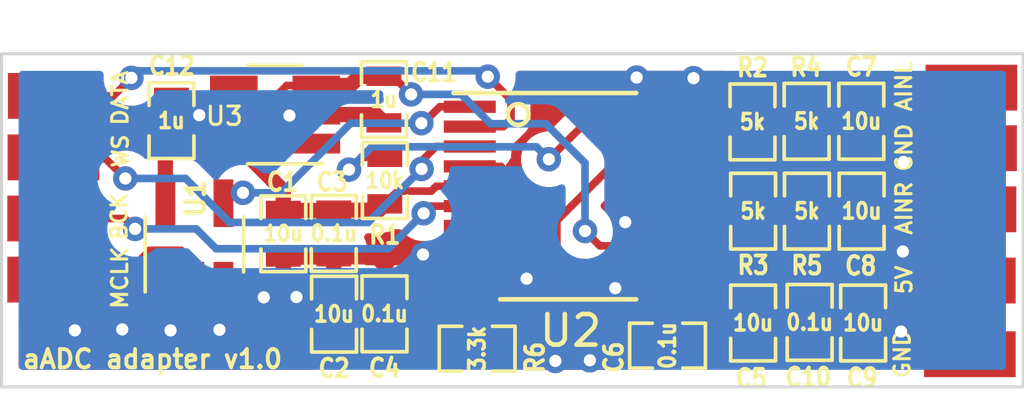
<source format=kicad_pcb>
(kicad_pcb (version 20171130) (host pcbnew 5.1.9+dfsg1-1)

  (general
    (thickness 1.6)
    (drawings 5)
    (tracks 240)
    (zones 0)
    (modules 30)
    (nets 22)
  )

  (page A4)
  (layers
    (0 F.Cu signal)
    (31 B.Cu signal)
    (32 B.Adhes user)
    (33 F.Adhes user)
    (34 B.Paste user)
    (35 F.Paste user)
    (36 B.SilkS user)
    (37 F.SilkS user)
    (38 B.Mask user)
    (39 F.Mask user)
    (40 Dwgs.User user)
    (41 Cmts.User user)
    (42 Eco1.User user)
    (43 Eco2.User user)
    (44 Edge.Cuts user)
    (45 Margin user)
    (46 B.CrtYd user)
    (47 F.CrtYd user)
    (48 B.Fab user)
    (49 F.Fab user)
  )

  (setup
    (last_trace_width 0.25)
    (user_trace_width 0.5)
    (trace_clearance 0.2)
    (zone_clearance 0.508)
    (zone_45_only no)
    (trace_min 0.2)
    (via_size 0.8)
    (via_drill 0.4)
    (via_min_size 0.686)
    (via_min_drill 0.33)
    (uvia_size 0.508)
    (uvia_drill 0.127)
    (uvias_allowed no)
    (uvia_min_size 0.508)
    (uvia_min_drill 0.127)
    (edge_width 0.05)
    (segment_width 0.2)
    (pcb_text_width 0.3)
    (pcb_text_size 1.5 1.5)
    (mod_edge_width 0.12)
    (mod_text_size 1 1)
    (mod_text_width 0.15)
    (pad_size 1.524 1.524)
    (pad_drill 0.762)
    (pad_to_mask_clearance 0)
    (aux_axis_origin 0 0)
    (visible_elements FFFFFF7F)
    (pcbplotparams
      (layerselection 0x010fc_ffffffff)
      (usegerberextensions false)
      (usegerberattributes true)
      (usegerberadvancedattributes true)
      (creategerberjobfile false)
      (excludeedgelayer true)
      (linewidth 0.100000)
      (plotframeref false)
      (viasonmask false)
      (mode 1)
      (useauxorigin false)
      (hpglpennumber 1)
      (hpglpenspeed 20)
      (hpglpendiameter 15.000000)
      (psnegative false)
      (psa4output false)
      (plotreference true)
      (plotvalue true)
      (plotinvisibletext false)
      (padsonsilk false)
      (subtractmaskfromsilk false)
      (outputformat 1)
      (mirror false)
      (drillshape 0)
      (scaleselection 1)
      (outputdirectory "gerber"))
  )

  (net 0 "")
  (net 1 GND)
  (net 2 VCC)
  (net 3 /VMID)
  (net 4 "Net-(C5-Pad1)")
  (net 5 "Net-(C7-Pad2)")
  (net 6 "Net-(C7-Pad1)")
  (net 7 "Net-(C8-Pad2)")
  (net 8 "Net-(C8-Pad1)")
  (net 9 /DVDD5)
  (net 10 "Net-(R1-Pad2)")
  (net 11 "Net-(R2-Pad2)")
  (net 12 "Net-(R2-Pad1)")
  (net 13 "Net-(R3-Pad2)")
  (net 14 "Net-(R3-Pad1)")
  (net 15 "Net-(R6-Pad2)")
  (net 16 "Net-(TP3-Pad1)")
  (net 17 "Net-(TP4-Pad1)")
  (net 18 "Net-(TP5-Pad1)")
  (net 19 "Net-(TP6-Pad1)")
  (net 20 "Net-(U1-Pad4)")
  (net 21 "Net-(U3-Pad4)")

  (net_class Default "This is the default net class."
    (clearance 0.2)
    (trace_width 0.25)
    (via_dia 0.8)
    (via_drill 0.4)
    (uvia_dia 0.508)
    (uvia_drill 0.127)
    (add_net /DVDD5)
    (add_net /VMID)
    (add_net GND)
    (add_net "Net-(C5-Pad1)")
    (add_net "Net-(C7-Pad1)")
    (add_net "Net-(C7-Pad2)")
    (add_net "Net-(C8-Pad1)")
    (add_net "Net-(C8-Pad2)")
    (add_net "Net-(R1-Pad2)")
    (add_net "Net-(R2-Pad1)")
    (add_net "Net-(R2-Pad2)")
    (add_net "Net-(R3-Pad1)")
    (add_net "Net-(R3-Pad2)")
    (add_net "Net-(R6-Pad2)")
    (add_net "Net-(TP3-Pad1)")
    (add_net "Net-(TP4-Pad1)")
    (add_net "Net-(TP5-Pad1)")
    (add_net "Net-(TP6-Pad1)")
    (add_net "Net-(U1-Pad4)")
    (add_net "Net-(U3-Pad4)")
    (add_net VCC)
  )

  (net_class Power ""
    (clearance 0.2)
    (trace_width 0.5)
    (via_dia 0.8)
    (via_drill 0.4)
    (uvia_dia 0.508)
    (uvia_drill 0.127)
  )

  (module Package_TO_SOT_SMD:SOT-23-5_HandSoldering (layer F.Cu) (tedit 5A0AB76C) (tstamp 61074911)
    (at 24.92 23.21 180)
    (descr "5-pin SOT23 package")
    (tags "SOT-23-5 hand-soldering")
    (path /610D433E)
    (attr smd)
    (fp_text reference U3 (at 1.66 -0.05) (layer F.SilkS)
      (effects (font (size 0.6 0.6) (thickness 0.1)))
    )
    (fp_text value TLV70033_SOT23-5 (at 0 2.9) (layer F.Fab)
      (effects (font (size 1 1) (thickness 0.15)))
    )
    (fp_line (start -0.9 1.61) (end 0.9 1.61) (layer F.SilkS) (width 0.12))
    (fp_line (start 0.9 -1.61) (end -1.55 -1.61) (layer F.SilkS) (width 0.12))
    (fp_line (start -0.9 -0.9) (end -0.25 -1.55) (layer F.Fab) (width 0.1))
    (fp_line (start 0.9 -1.55) (end -0.25 -1.55) (layer F.Fab) (width 0.1))
    (fp_line (start -0.9 -0.9) (end -0.9 1.55) (layer F.Fab) (width 0.1))
    (fp_line (start 0.9 1.55) (end -0.9 1.55) (layer F.Fab) (width 0.1))
    (fp_line (start 0.9 -1.55) (end 0.9 1.55) (layer F.Fab) (width 0.1))
    (fp_line (start -2.38 -1.8) (end 2.38 -1.8) (layer F.CrtYd) (width 0.05))
    (fp_line (start -2.38 -1.8) (end -2.38 1.8) (layer F.CrtYd) (width 0.05))
    (fp_line (start 2.38 1.8) (end 2.38 -1.8) (layer F.CrtYd) (width 0.05))
    (fp_line (start 2.38 1.8) (end -2.38 1.8) (layer F.CrtYd) (width 0.05))
    (fp_text user %R (at 0 0 90) (layer F.Fab)
      (effects (font (size 0.5 0.5) (thickness 0.075)))
    )
    (pad 5 smd rect (at 1.35 -0.95 180) (size 1.56 0.65) (layers F.Cu F.Paste F.Mask)
      (net 2 VCC))
    (pad 4 smd rect (at 1.35 0.95 180) (size 1.56 0.65) (layers F.Cu F.Paste F.Mask)
      (net 21 "Net-(U3-Pad4)"))
    (pad 3 smd rect (at -1.35 0.95 180) (size 1.56 0.65) (layers F.Cu F.Paste F.Mask)
      (net 9 /DVDD5))
    (pad 2 smd rect (at -1.35 0 180) (size 1.56 0.65) (layers F.Cu F.Paste F.Mask)
      (net 1 GND))
    (pad 1 smd rect (at -1.35 -0.95 180) (size 1.56 0.65) (layers F.Cu F.Paste F.Mask)
      (net 9 /DVDD5))
    (model ${KISYS3DMOD}/Package_TO_SOT_SMD.3dshapes/SOT-23-5.wrl
      (at (xyz 0 0 0))
      (scale (xyz 1 1 1))
      (rotate (xyz 0 0 0))
    )
  )

  (module custom_components:TSSOP-20_4.4x6.5mm_Pitch0.65mm_Handsoldering (layer F.Cu) (tedit 57F28EE7) (tstamp 6107320A)
    (at 34.51 25.88)
    (descr "20-Lead Plastic Thin Shrink Small Outline (ST)-4.4 mm Body [TSSOP] (see Microchip Packaging Specification 00000049BS.pdf)")
    (tags "SSOP 0.65")
    (path /6106D2E6)
    (attr smd)
    (fp_text reference U2 (at 0.08 4.4) (layer F.SilkS)
      (effects (font (size 1 1) (thickness 0.15)))
    )
    (fp_text value WM8782 (at 0 4.3) (layer F.Fab)
      (effects (font (size 1 1) (thickness 0.15)))
    )
    (fp_circle (center -1.6383 -2.67208) (end -1.38684 -2.44348) (layer F.SilkS) (width 0.15))
    (fp_line (start -3.95 -3.55) (end -3.95 3.55) (layer F.CrtYd) (width 0.05))
    (fp_line (start 3.95 -3.55) (end 3.95 3.55) (layer F.CrtYd) (width 0.05))
    (fp_line (start -3.95 -3.55) (end 3.95 -3.55) (layer F.CrtYd) (width 0.05))
    (fp_line (start -3.95 3.55) (end 3.95 3.55) (layer F.CrtYd) (width 0.05))
    (fp_line (start -2.225 3.375) (end 2.225 3.375) (layer F.SilkS) (width 0.15))
    (fp_line (start -3.75 -3.375) (end 2.225 -3.375) (layer F.SilkS) (width 0.15))
    (pad 20 smd rect (at 3.22 -2.925) (size 1.7 0.4) (layers F.Cu F.Paste F.Mask)
      (net 10 "Net-(R1-Pad2)"))
    (pad 19 smd rect (at 3.22 -2.275) (size 1.7 0.4) (layers F.Cu F.Paste F.Mask)
      (net 12 "Net-(R2-Pad1)"))
    (pad 18 smd rect (at 3.22 -1.625) (size 1.7 0.4) (layers F.Cu F.Paste F.Mask)
      (net 11 "Net-(R2-Pad2)"))
    (pad 17 smd rect (at 3.22 -0.975) (size 1.7 0.4) (layers F.Cu F.Paste F.Mask)
      (net 15 "Net-(R6-Pad2)"))
    (pad 16 smd rect (at 3.22 -0.325) (size 1.7 0.4) (layers F.Cu F.Paste F.Mask)
      (net 14 "Net-(R3-Pad1)"))
    (pad 15 smd rect (at 3.22 0.325) (size 1.7 0.4) (layers F.Cu F.Paste F.Mask)
      (net 13 "Net-(R3-Pad2)"))
    (pad 14 smd rect (at 3.22 0.975) (size 1.7 0.4) (layers F.Cu F.Paste F.Mask)
      (net 1 GND))
    (pad 13 smd rect (at 3.22 1.625) (size 1.7 0.4) (layers F.Cu F.Paste F.Mask)
      (net 9 /DVDD5))
    (pad 12 smd rect (at 3.22 2.275) (size 1.7 0.4) (layers F.Cu F.Paste F.Mask)
      (net 4 "Net-(C5-Pad1)"))
    (pad 11 smd rect (at 3.22 2.925) (size 1.7 0.4) (layers F.Cu F.Paste F.Mask)
      (net 1 GND))
    (pad 10 smd rect (at -3.22 2.925) (size 1.7 0.4) (layers F.Cu F.Paste F.Mask)
      (net 3 /VMID))
    (pad 9 smd rect (at -3.22 2.275) (size 1.7 0.4) (layers F.Cu F.Paste F.Mask)
      (net 1 GND))
    (pad 8 smd rect (at -3.22 1.625) (size 1.7 0.4) (layers F.Cu F.Paste F.Mask)
      (net 1 GND))
    (pad 7 smd rect (at -3.22 0.975) (size 1.7 0.4) (layers F.Cu F.Paste F.Mask)
      (net 1 GND))
    (pad 6 smd rect (at -3.22 0.325) (size 1.7 0.4) (layers F.Cu F.Paste F.Mask)
      (net 19 "Net-(TP6-Pad1)"))
    (pad 5 smd rect (at -3.22 -0.325) (size 1.7 0.4) (layers F.Cu F.Paste F.Mask)
      (net 2 VCC))
    (pad 4 smd rect (at -3.22 -0.975) (size 1.7 0.4) (layers F.Cu F.Paste F.Mask)
      (net 1 GND))
    (pad 3 smd rect (at -3.22 -1.625) (size 1.7 0.4) (layers F.Cu F.Paste F.Mask)
      (net 18 "Net-(TP5-Pad1)"))
    (pad 2 smd rect (at -3.22 -2.275) (size 1.7 0.4) (layers F.Cu F.Paste F.Mask)
      (net 17 "Net-(TP4-Pad1)"))
    (pad 1 smd rect (at -3.22 -2.925) (size 1.7 0.4) (layers F.Cu F.Paste F.Mask)
      (net 20 "Net-(U1-Pad4)"))
    (model Housings_SSOP.3dshapes/TSSOP-20_4.4x6.5mm_Pitch0.65mm.wrl
      (at (xyz 0 0 0))
      (scale (xyz 1 1 1))
      (rotate (xyz 0 0 0))
    )
  )

  (module Package_TO_SOT_SMD:SOT-23-5_HandSoldering (layer F.Cu) (tedit 5A0AB76C) (tstamp 610731EB)
    (at 22.28 27.46 90)
    (descr "5-pin SOT23 package")
    (tags "SOT-23-5 hand-soldering")
    (path /6106E641)
    (attr smd)
    (fp_text reference U1 (at 1.51 0.04 90) (layer F.SilkS)
      (effects (font (size 0.6 0.6) (thickness 0.15)))
    )
    (fp_text value 74LVC1G17 (at 0 2.9 90) (layer F.Fab)
      (effects (font (size 1 1) (thickness 0.15)))
    )
    (fp_line (start -0.9 1.61) (end 0.9 1.61) (layer F.SilkS) (width 0.12))
    (fp_line (start 0.9 -1.61) (end -1.55 -1.61) (layer F.SilkS) (width 0.12))
    (fp_line (start -0.9 -0.9) (end -0.25 -1.55) (layer F.Fab) (width 0.1))
    (fp_line (start 0.9 -1.55) (end -0.25 -1.55) (layer F.Fab) (width 0.1))
    (fp_line (start -0.9 -0.9) (end -0.9 1.55) (layer F.Fab) (width 0.1))
    (fp_line (start 0.9 1.55) (end -0.9 1.55) (layer F.Fab) (width 0.1))
    (fp_line (start 0.9 -1.55) (end 0.9 1.55) (layer F.Fab) (width 0.1))
    (fp_line (start -2.38 -1.8) (end 2.38 -1.8) (layer F.CrtYd) (width 0.05))
    (fp_line (start -2.38 -1.8) (end -2.38 1.8) (layer F.CrtYd) (width 0.05))
    (fp_line (start 2.38 1.8) (end 2.38 -1.8) (layer F.CrtYd) (width 0.05))
    (fp_line (start 2.38 1.8) (end -2.38 1.8) (layer F.CrtYd) (width 0.05))
    (fp_text user %R (at 0 0) (layer F.Fab)
      (effects (font (size 0.5 0.5) (thickness 0.075)))
    )
    (pad 5 smd rect (at 1.35 -0.95 90) (size 1.56 0.65) (layers F.Cu F.Paste F.Mask)
      (net 2 VCC))
    (pad 4 smd rect (at 1.35 0.95 90) (size 1.56 0.65) (layers F.Cu F.Paste F.Mask)
      (net 20 "Net-(U1-Pad4)"))
    (pad 3 smd rect (at -1.35 0.95 90) (size 1.56 0.65) (layers F.Cu F.Paste F.Mask)
      (net 1 GND))
    (pad 2 smd rect (at -1.35 0 90) (size 1.56 0.65) (layers F.Cu F.Paste F.Mask)
      (net 16 "Net-(TP3-Pad1)"))
    (pad 1 smd rect (at -1.35 -0.95 90) (size 1.56 0.65) (layers F.Cu F.Paste F.Mask))
    (model ${KISYS3DMOD}/Package_TO_SOT_SMD.3dshapes/SOT-23-5.wrl
      (at (xyz 0 0 0))
      (scale (xyz 1 1 1))
      (rotate (xyz 0 0 0))
    )
  )

  (module custom_components:SMD_PAD (layer F.Cu) (tedit 5AB40F25) (tstamp 610731D1)
    (at 47.67 26.31)
    (path /610A6162)
    (fp_text reference TP9 (at -3.81254 0) (layer F.SilkS) hide
      (effects (font (size 1 1) (thickness 0.15)))
    )
    (fp_text value AINR (at -2.17 -0.04 90) (layer F.SilkS)
      (effects (font (size 0.508 0.508) (thickness 0.1)))
    )
    (pad 1 smd rect (at 0 0) (size 3 1.5) (layers F.Cu F.Mask)
      (net 8 "Net-(C8-Pad1)"))
  )

  (module custom_components:SMD_PAD (layer F.Cu) (tedit 5AB40F25) (tstamp 610731CC)
    (at 47.7 22.33)
    (path /610A496C)
    (fp_text reference TP8 (at -3.81254 0) (layer F.SilkS) hide
      (effects (font (size 1 1) (thickness 0.15)))
    )
    (fp_text value AINL (at -2.21 -0.05 90) (layer F.SilkS)
      (effects (font (size 0.508 0.508) (thickness 0.1)))
    )
    (pad 1 smd rect (at 0 0) (size 3 1.5) (layers F.Cu F.Mask)
      (net 6 "Net-(C7-Pad1)"))
  )

  (module custom_components:SMD_PAD (layer F.Cu) (tedit 5AB40F25) (tstamp 610731C7)
    (at 47.69 24.31)
    (path /610AB600)
    (fp_text reference TP7 (at -3.81254 0) (layer F.SilkS) hide
      (effects (font (size 1 1) (thickness 0.15)))
    )
    (fp_text value GND (at -2.19 -0.02 90) (layer F.SilkS)
      (effects (font (size 0.508 0.508) (thickness 0.1)))
    )
    (pad 1 smd rect (at 0 0) (size 3 1.5) (layers F.Cu F.Mask)
      (net 1 GND))
  )

  (module custom_components:SMD_PAD (layer F.Cu) (tedit 5AB40F25) (tstamp 61074E4A)
    (at 17.66 26.61)
    (path /61071F3A)
    (fp_text reference TP6 (at -3.81254 0) (layer F.SilkS) hide
      (effects (font (size 1 1) (thickness 0.15)))
    )
    (fp_text value BCK (at 2.16 -0.07 90) (layer F.SilkS)
      (effects (font (size 0.508 0.508) (thickness 0.1)))
    )
    (pad 1 smd rect (at 0 0) (size 3 1.5) (layers F.Cu F.Mask)
      (net 19 "Net-(TP6-Pad1)"))
  )

  (module custom_components:SMD_PAD (layer F.Cu) (tedit 5AB40F25) (tstamp 610731BD)
    (at 17.67 24.61)
    (path /61071CE2)
    (fp_text reference TP5 (at -3.81254 0) (layer F.SilkS) hide
      (effects (font (size 1 1) (thickness 0.15)))
    )
    (fp_text value WS (at 2.19 -0.21 90) (layer F.SilkS)
      (effects (font (size 0.508 0.508) (thickness 0.1)))
    )
    (pad 1 smd rect (at 0 0) (size 3 1.5) (layers F.Cu F.Mask)
      (net 18 "Net-(TP5-Pad1)"))
  )

  (module custom_components:SMD_PAD (layer F.Cu) (tedit 5AB40F25) (tstamp 610731B8)
    (at 17.68 22.6 180)
    (path /610704B7)
    (fp_text reference TP4 (at -3.81254 0) (layer F.SilkS) hide
      (effects (font (size 1 1) (thickness 0.15)))
    )
    (fp_text value DATA (at -2.17 -0.07 90) (layer F.SilkS)
      (effects (font (size 0.508 0.508) (thickness 0.1)))
    )
    (pad 1 smd rect (at 0 0 180) (size 3 1.5) (layers F.Cu F.Mask)
      (net 17 "Net-(TP4-Pad1)"))
  )

  (module custom_components:SMD_PAD (layer F.Cu) (tedit 5AB40F25) (tstamp 610731B3)
    (at 17.66 28.61)
    (path /61078035)
    (fp_text reference TP3 (at -3.81254 0) (layer F.SilkS) hide
      (effects (font (size 1 1) (thickness 0.15)))
    )
    (fp_text value MCLK (at 2.18 -0.06 270) (layer F.SilkS)
      (effects (font (size 0.508 0.508) (thickness 0.1)))
    )
    (pad 1 smd rect (at 0 0) (size 3 1.5) (layers F.Cu F.Mask)
      (net 16 "Net-(TP3-Pad1)"))
  )

  (module custom_components:SMD_PAD (layer F.Cu) (tedit 5AB40F25) (tstamp 610731AE)
    (at 47.65 31.05)
    (path /61074FE6)
    (fp_text reference TP2 (at -3.81254 0) (layer F.SilkS) hide
      (effects (font (size 1 1) (thickness 0.15)))
    )
    (fp_text value GND (at -2.21 0 90) (layer F.SilkS)
      (effects (font (size 0.508 0.508) (thickness 0.1)))
    )
    (pad 1 smd rect (at 0 0) (size 3 1.5) (layers F.Cu F.Mask)
      (net 1 GND))
  )

  (module custom_components:SMD_PAD (layer F.Cu) (tedit 5AB40F25) (tstamp 610739A3)
    (at 47.65 28.64)
    (path /61075253)
    (fp_text reference TP1 (at -3.81254 0) (layer F.SilkS) hide
      (effects (font (size 1 1) (thickness 0.15)))
    )
    (fp_text value 5V (at -2.15 -0.02 90) (layer F.SilkS)
      (effects (font (size 0.508 0.508) (thickness 0.1)))
    )
    (pad 1 smd rect (at 0 0) (size 3 1.5) (layers F.Cu F.Mask)
      (net 9 /DVDD5))
  )

  (module custom_components:SM0603_Resistor_libcms (layer F.Cu) (tedit 5692B492) (tstamp 61074D8D)
    (at 31.53 30.87)
    (path /6107F32C)
    (attr smd)
    (fp_text reference R6 (at 1.89 0.29 90) (layer F.SilkS)
      (effects (font (size 0.5842 0.508) (thickness 0.127)))
    )
    (fp_text value 3.3k (at 0 0 90) (layer F.SilkS)
      (effects (font (size 0.508 0.4572) (thickness 0.1143)))
    )
    (fp_line (start 0.50038 0.73406) (end 1.19888 0.73406) (layer F.SilkS) (width 0.11938))
    (fp_line (start -0.50038 0.73406) (end -1.19888 0.73406) (layer F.SilkS) (width 0.11938))
    (fp_line (start 0.50038 -0.73406) (end 1.19888 -0.73406) (layer F.SilkS) (width 0.11938))
    (fp_line (start -1.19888 -0.73406) (end -0.50038 -0.73406) (layer F.SilkS) (width 0.11938))
    (fp_line (start 1.23952 -0.7366) (end 1.23952 0.7366) (layer F.SilkS) (width 0.11938))
    (fp_line (start -1.23952 0.7366) (end -1.23952 -0.7366) (layer F.SilkS) (width 0.11938))
    (pad 2 smd rect (at 0.762 0) (size 0.635 1.143) (layers F.Cu F.Paste F.Mask)
      (net 15 "Net-(R6-Pad2)"))
    (pad 1 smd rect (at -0.762 0) (size 0.635 1.143) (layers F.Cu F.Paste F.Mask)
      (net 3 /VMID))
    (model smd\capacitors\C0603.wrl
      (offset (xyz 0 0 0.02539999961853028))
      (scale (xyz 0.5 0.5 0.5))
      (rotate (xyz 0 0 0))
    )
  )

  (module custom_components:SM0603_Resistor_libcms (layer F.Cu) (tedit 5692B492) (tstamp 61073198)
    (at 42.32 26.37 90)
    (path /61094C2C)
    (attr smd)
    (fp_text reference R5 (at -1.778 0) (layer F.SilkS)
      (effects (font (size 0.5842 0.508) (thickness 0.127)))
    )
    (fp_text value 5k (at 0 0) (layer F.SilkS)
      (effects (font (size 0.508 0.4572) (thickness 0.1143)))
    )
    (fp_line (start 0.50038 0.73406) (end 1.19888 0.73406) (layer F.SilkS) (width 0.11938))
    (fp_line (start -0.50038 0.73406) (end -1.19888 0.73406) (layer F.SilkS) (width 0.11938))
    (fp_line (start 0.50038 -0.73406) (end 1.19888 -0.73406) (layer F.SilkS) (width 0.11938))
    (fp_line (start -1.19888 -0.73406) (end -0.50038 -0.73406) (layer F.SilkS) (width 0.11938))
    (fp_line (start 1.23952 -0.7366) (end 1.23952 0.7366) (layer F.SilkS) (width 0.11938))
    (fp_line (start -1.23952 0.7366) (end -1.23952 -0.7366) (layer F.SilkS) (width 0.11938))
    (pad 2 smd rect (at 0.762 0 90) (size 0.635 1.143) (layers F.Cu F.Paste F.Mask)
      (net 14 "Net-(R3-Pad1)"))
    (pad 1 smd rect (at -0.762 0 90) (size 0.635 1.143) (layers F.Cu F.Paste F.Mask)
      (net 7 "Net-(C8-Pad2)"))
    (model smd\capacitors\C0603.wrl
      (offset (xyz 0 0 0.02539999961853028))
      (scale (xyz 0.5 0.5 0.5))
      (rotate (xyz 0 0 0))
    )
  )

  (module custom_components:SM0603_Resistor_libcms (layer F.Cu) (tedit 5692B492) (tstamp 6107318C)
    (at 42.31 23.43 90)
    (path /6109DC41)
    (attr smd)
    (fp_text reference R4 (at 1.77 -0.02) (layer F.SilkS)
      (effects (font (size 0.5842 0.508) (thickness 0.127)))
    )
    (fp_text value 5k (at 0 0) (layer F.SilkS)
      (effects (font (size 0.508 0.4572) (thickness 0.1143)))
    )
    (fp_line (start 0.50038 0.73406) (end 1.19888 0.73406) (layer F.SilkS) (width 0.11938))
    (fp_line (start -0.50038 0.73406) (end -1.19888 0.73406) (layer F.SilkS) (width 0.11938))
    (fp_line (start 0.50038 -0.73406) (end 1.19888 -0.73406) (layer F.SilkS) (width 0.11938))
    (fp_line (start -1.19888 -0.73406) (end -0.50038 -0.73406) (layer F.SilkS) (width 0.11938))
    (fp_line (start 1.23952 -0.7366) (end 1.23952 0.7366) (layer F.SilkS) (width 0.11938))
    (fp_line (start -1.23952 0.7366) (end -1.23952 -0.7366) (layer F.SilkS) (width 0.11938))
    (pad 2 smd rect (at 0.762 0 90) (size 0.635 1.143) (layers F.Cu F.Paste F.Mask)
      (net 12 "Net-(R2-Pad1)"))
    (pad 1 smd rect (at -0.762 0 90) (size 0.635 1.143) (layers F.Cu F.Paste F.Mask)
      (net 5 "Net-(C7-Pad2)"))
    (model smd\capacitors\C0603.wrl
      (offset (xyz 0 0 0.02539999961853028))
      (scale (xyz 0.5 0.5 0.5))
      (rotate (xyz 0 0 0))
    )
  )

  (module custom_components:SM0603_Resistor_libcms (layer F.Cu) (tedit 5692B492) (tstamp 61073180)
    (at 40.56 26.37 270)
    (path /610992FA)
    (attr smd)
    (fp_text reference R3 (at 1.77 0) (layer F.SilkS)
      (effects (font (size 0.5842 0.508) (thickness 0.127)))
    )
    (fp_text value 5k (at 0 0) (layer F.SilkS)
      (effects (font (size 0.508 0.4572) (thickness 0.1143)))
    )
    (fp_line (start 0.50038 0.73406) (end 1.19888 0.73406) (layer F.SilkS) (width 0.11938))
    (fp_line (start -0.50038 0.73406) (end -1.19888 0.73406) (layer F.SilkS) (width 0.11938))
    (fp_line (start 0.50038 -0.73406) (end 1.19888 -0.73406) (layer F.SilkS) (width 0.11938))
    (fp_line (start -1.19888 -0.73406) (end -0.50038 -0.73406) (layer F.SilkS) (width 0.11938))
    (fp_line (start 1.23952 -0.7366) (end 1.23952 0.7366) (layer F.SilkS) (width 0.11938))
    (fp_line (start -1.23952 0.7366) (end -1.23952 -0.7366) (layer F.SilkS) (width 0.11938))
    (pad 2 smd rect (at 0.762 0 270) (size 0.635 1.143) (layers F.Cu F.Paste F.Mask)
      (net 13 "Net-(R3-Pad2)"))
    (pad 1 smd rect (at -0.762 0 270) (size 0.635 1.143) (layers F.Cu F.Paste F.Mask)
      (net 14 "Net-(R3-Pad1)"))
    (model smd\capacitors\C0603.wrl
      (offset (xyz 0 0 0.02539999961853028))
      (scale (xyz 0.5 0.5 0.5))
      (rotate (xyz 0 0 0))
    )
  )

  (module custom_components:SM0603_Resistor_libcms (layer F.Cu) (tedit 5692B492) (tstamp 61073174)
    (at 40.54 23.45 270)
    (path /6109DC4B)
    (attr smd)
    (fp_text reference R2 (at -1.778 0) (layer F.SilkS)
      (effects (font (size 0.5842 0.508) (thickness 0.127)))
    )
    (fp_text value 5k (at 0 0) (layer F.SilkS)
      (effects (font (size 0.508 0.4572) (thickness 0.1143)))
    )
    (fp_line (start 0.50038 0.73406) (end 1.19888 0.73406) (layer F.SilkS) (width 0.11938))
    (fp_line (start -0.50038 0.73406) (end -1.19888 0.73406) (layer F.SilkS) (width 0.11938))
    (fp_line (start 0.50038 -0.73406) (end 1.19888 -0.73406) (layer F.SilkS) (width 0.11938))
    (fp_line (start -1.19888 -0.73406) (end -0.50038 -0.73406) (layer F.SilkS) (width 0.11938))
    (fp_line (start 1.23952 -0.7366) (end 1.23952 0.7366) (layer F.SilkS) (width 0.11938))
    (fp_line (start -1.23952 0.7366) (end -1.23952 -0.7366) (layer F.SilkS) (width 0.11938))
    (pad 2 smd rect (at 0.762 0 270) (size 0.635 1.143) (layers F.Cu F.Paste F.Mask)
      (net 11 "Net-(R2-Pad2)"))
    (pad 1 smd rect (at -0.762 0 270) (size 0.635 1.143) (layers F.Cu F.Paste F.Mask)
      (net 12 "Net-(R2-Pad1)"))
    (model smd\capacitors\C0603.wrl
      (offset (xyz 0 0 0.02539999961853028))
      (scale (xyz 0.5 0.5 0.5))
      (rotate (xyz 0 0 0))
    )
  )

  (module custom_components:SM0603_Resistor_libcms (layer F.Cu) (tedit 5692B492) (tstamp 61074699)
    (at 28.51 25.37 90)
    (path /6107DEB3)
    (attr smd)
    (fp_text reference R1 (at -1.778 0) (layer F.SilkS)
      (effects (font (size 0.5842 0.508) (thickness 0.127)))
    )
    (fp_text value 10k (at 0 0) (layer F.SilkS)
      (effects (font (size 0.508 0.4572) (thickness 0.1143)))
    )
    (fp_line (start 0.50038 0.73406) (end 1.19888 0.73406) (layer F.SilkS) (width 0.11938))
    (fp_line (start -0.50038 0.73406) (end -1.19888 0.73406) (layer F.SilkS) (width 0.11938))
    (fp_line (start 0.50038 -0.73406) (end 1.19888 -0.73406) (layer F.SilkS) (width 0.11938))
    (fp_line (start -1.19888 -0.73406) (end -0.50038 -0.73406) (layer F.SilkS) (width 0.11938))
    (fp_line (start 1.23952 -0.7366) (end 1.23952 0.7366) (layer F.SilkS) (width 0.11938))
    (fp_line (start -1.23952 0.7366) (end -1.23952 -0.7366) (layer F.SilkS) (width 0.11938))
    (pad 2 smd rect (at 0.762 0 90) (size 0.635 1.143) (layers F.Cu F.Paste F.Mask)
      (net 10 "Net-(R1-Pad2)"))
    (pad 1 smd rect (at -0.762 0 90) (size 0.635 1.143) (layers F.Cu F.Paste F.Mask)
      (net 2 VCC))
    (model smd\capacitors\C0603.wrl
      (offset (xyz 0 0 0.02539999961853028))
      (scale (xyz 0.5 0.5 0.5))
      (rotate (xyz 0 0 0))
    )
  )

  (module custom_components:SM0603_Capa_libcms (layer F.Cu) (tedit 5692B475) (tstamp 6107315C)
    (at 21.53 23.41 90)
    (path /610E9B5B)
    (attr smd)
    (fp_text reference C12 (at 1.79 0.01) (layer F.SilkS)
      (effects (font (size 0.5842 0.508) (thickness 0.127)))
    )
    (fp_text value 1u (at 0 0) (layer F.SilkS)
      (effects (font (size 0.508 0.4572) (thickness 0.1143)))
    )
    (fp_line (start 0.50038 0.73406) (end 1.19888 0.73406) (layer F.SilkS) (width 0.11938))
    (fp_line (start -0.50038 0.73406) (end -1.19888 0.73406) (layer F.SilkS) (width 0.11938))
    (fp_line (start 0.50038 -0.73406) (end 1.19888 -0.73406) (layer F.SilkS) (width 0.11938))
    (fp_line (start -1.19888 -0.73406) (end -0.50038 -0.73406) (layer F.SilkS) (width 0.11938))
    (fp_line (start 1.23952 -0.7366) (end 1.23952 0.7366) (layer F.SilkS) (width 0.11938))
    (fp_line (start -1.23952 0.7366) (end -1.23952 -0.7366) (layer F.SilkS) (width 0.11938))
    (pad 2 smd rect (at 0.762 0 90) (size 0.635 1.143) (layers F.Cu F.Paste F.Mask)
      (net 1 GND))
    (pad 1 smd rect (at -0.762 0 90) (size 0.635 1.143) (layers F.Cu F.Paste F.Mask)
      (net 2 VCC))
    (model smd\capacitors\C0603.wrl
      (offset (xyz 0 0 0.02539999961853028))
      (scale (xyz 0.5 0.5 0.5))
      (rotate (xyz 0 0 0))
    )
  )

  (module custom_components:SM0603_Capa_libcms (layer F.Cu) (tedit 5692B475) (tstamp 61073150)
    (at 28.48 22.72 270)
    (path /610DBC9F)
    (attr smd)
    (fp_text reference C11 (at -0.89 -1.64) (layer F.SilkS)
      (effects (font (size 0.5842 0.508) (thickness 0.127)))
    )
    (fp_text value 1u (at 0 0) (layer F.SilkS)
      (effects (font (size 0.508 0.4572) (thickness 0.1143)))
    )
    (fp_line (start 0.50038 0.73406) (end 1.19888 0.73406) (layer F.SilkS) (width 0.11938))
    (fp_line (start -0.50038 0.73406) (end -1.19888 0.73406) (layer F.SilkS) (width 0.11938))
    (fp_line (start 0.50038 -0.73406) (end 1.19888 -0.73406) (layer F.SilkS) (width 0.11938))
    (fp_line (start -1.19888 -0.73406) (end -0.50038 -0.73406) (layer F.SilkS) (width 0.11938))
    (fp_line (start 1.23952 -0.7366) (end 1.23952 0.7366) (layer F.SilkS) (width 0.11938))
    (fp_line (start -1.23952 0.7366) (end -1.23952 -0.7366) (layer F.SilkS) (width 0.11938))
    (pad 2 smd rect (at 0.762 0 270) (size 0.635 1.143) (layers F.Cu F.Paste F.Mask)
      (net 1 GND))
    (pad 1 smd rect (at -0.762 0 270) (size 0.635 1.143) (layers F.Cu F.Paste F.Mask)
      (net 9 /DVDD5))
    (model smd\capacitors\C0603.wrl
      (offset (xyz 0 0 0.02539999961853028))
      (scale (xyz 0.5 0.5 0.5))
      (rotate (xyz 0 0 0))
    )
  )

  (module custom_components:SM0603_Capa_libcms (layer F.Cu) (tedit 5692B475) (tstamp 61073144)
    (at 42.41 30.01 270)
    (path /610871D8)
    (attr smd)
    (fp_text reference C10 (at 1.8 0.04) (layer F.SilkS)
      (effects (font (size 0.5842 0.508) (thickness 0.127)))
    )
    (fp_text value 0.1u (at 0 0) (layer F.SilkS)
      (effects (font (size 0.508 0.4572) (thickness 0.1143)))
    )
    (fp_line (start 0.50038 0.73406) (end 1.19888 0.73406) (layer F.SilkS) (width 0.11938))
    (fp_line (start -0.50038 0.73406) (end -1.19888 0.73406) (layer F.SilkS) (width 0.11938))
    (fp_line (start 0.50038 -0.73406) (end 1.19888 -0.73406) (layer F.SilkS) (width 0.11938))
    (fp_line (start -1.19888 -0.73406) (end -0.50038 -0.73406) (layer F.SilkS) (width 0.11938))
    (fp_line (start 1.23952 -0.7366) (end 1.23952 0.7366) (layer F.SilkS) (width 0.11938))
    (fp_line (start -1.23952 0.7366) (end -1.23952 -0.7366) (layer F.SilkS) (width 0.11938))
    (pad 2 smd rect (at 0.762 0 270) (size 0.635 1.143) (layers F.Cu F.Paste F.Mask)
      (net 1 GND))
    (pad 1 smd rect (at -0.762 0 270) (size 0.635 1.143) (layers F.Cu F.Paste F.Mask)
      (net 9 /DVDD5))
    (model smd\capacitors\C0603.wrl
      (offset (xyz 0 0 0.02539999961853028))
      (scale (xyz 0.5 0.5 0.5))
      (rotate (xyz 0 0 0))
    )
  )

  (module custom_components:SM0603_Capa_libcms (layer F.Cu) (tedit 5692B475) (tstamp 61073138)
    (at 44.16 30.03 270)
    (path /61087370)
    (attr smd)
    (fp_text reference C9 (at 1.8 0.03) (layer F.SilkS)
      (effects (font (size 0.5842 0.508) (thickness 0.127)))
    )
    (fp_text value 10u (at 0 0) (layer F.SilkS)
      (effects (font (size 0.508 0.4572) (thickness 0.1143)))
    )
    (fp_line (start 0.50038 0.73406) (end 1.19888 0.73406) (layer F.SilkS) (width 0.11938))
    (fp_line (start -0.50038 0.73406) (end -1.19888 0.73406) (layer F.SilkS) (width 0.11938))
    (fp_line (start 0.50038 -0.73406) (end 1.19888 -0.73406) (layer F.SilkS) (width 0.11938))
    (fp_line (start -1.19888 -0.73406) (end -0.50038 -0.73406) (layer F.SilkS) (width 0.11938))
    (fp_line (start 1.23952 -0.7366) (end 1.23952 0.7366) (layer F.SilkS) (width 0.11938))
    (fp_line (start -1.23952 0.7366) (end -1.23952 -0.7366) (layer F.SilkS) (width 0.11938))
    (pad 2 smd rect (at 0.762 0 270) (size 0.635 1.143) (layers F.Cu F.Paste F.Mask)
      (net 1 GND))
    (pad 1 smd rect (at -0.762 0 270) (size 0.635 1.143) (layers F.Cu F.Paste F.Mask)
      (net 9 /DVDD5))
    (model smd\capacitors\C0603.wrl
      (offset (xyz 0 0 0.02539999961853028))
      (scale (xyz 0.5 0.5 0.5))
      (rotate (xyz 0 0 0))
    )
  )

  (module custom_components:SM0603_Capa_libcms (layer F.Cu) (tedit 5692B475) (tstamp 6107312C)
    (at 44.11 26.37 270)
    (path /610904C5)
    (attr smd)
    (fp_text reference C8 (at 1.79 0.03) (layer F.SilkS)
      (effects (font (size 0.5842 0.508) (thickness 0.127)))
    )
    (fp_text value 10u (at 0 0) (layer F.SilkS)
      (effects (font (size 0.508 0.4572) (thickness 0.1143)))
    )
    (fp_line (start 0.50038 0.73406) (end 1.19888 0.73406) (layer F.SilkS) (width 0.11938))
    (fp_line (start -0.50038 0.73406) (end -1.19888 0.73406) (layer F.SilkS) (width 0.11938))
    (fp_line (start 0.50038 -0.73406) (end 1.19888 -0.73406) (layer F.SilkS) (width 0.11938))
    (fp_line (start -1.19888 -0.73406) (end -0.50038 -0.73406) (layer F.SilkS) (width 0.11938))
    (fp_line (start 1.23952 -0.7366) (end 1.23952 0.7366) (layer F.SilkS) (width 0.11938))
    (fp_line (start -1.23952 0.7366) (end -1.23952 -0.7366) (layer F.SilkS) (width 0.11938))
    (pad 2 smd rect (at 0.762 0 270) (size 0.635 1.143) (layers F.Cu F.Paste F.Mask)
      (net 7 "Net-(C8-Pad2)"))
    (pad 1 smd rect (at -0.762 0 270) (size 0.635 1.143) (layers F.Cu F.Paste F.Mask)
      (net 8 "Net-(C8-Pad1)"))
    (model smd\capacitors\C0603.wrl
      (offset (xyz 0 0 0.02539999961853028))
      (scale (xyz 0.5 0.5 0.5))
      (rotate (xyz 0 0 0))
    )
  )

  (module custom_components:SM0603_Capa_libcms (layer F.Cu) (tedit 5692B475) (tstamp 61073120)
    (at 44.1 23.43 270)
    (path /6109DA73)
    (attr smd)
    (fp_text reference C7 (at -1.778 0) (layer F.SilkS)
      (effects (font (size 0.5842 0.508) (thickness 0.127)))
    )
    (fp_text value 10u (at 0 0) (layer F.SilkS)
      (effects (font (size 0.508 0.4572) (thickness 0.1143)))
    )
    (fp_line (start 0.50038 0.73406) (end 1.19888 0.73406) (layer F.SilkS) (width 0.11938))
    (fp_line (start -0.50038 0.73406) (end -1.19888 0.73406) (layer F.SilkS) (width 0.11938))
    (fp_line (start 0.50038 -0.73406) (end 1.19888 -0.73406) (layer F.SilkS) (width 0.11938))
    (fp_line (start -1.19888 -0.73406) (end -0.50038 -0.73406) (layer F.SilkS) (width 0.11938))
    (fp_line (start 1.23952 -0.7366) (end 1.23952 0.7366) (layer F.SilkS) (width 0.11938))
    (fp_line (start -1.23952 0.7366) (end -1.23952 -0.7366) (layer F.SilkS) (width 0.11938))
    (pad 2 smd rect (at 0.762 0 270) (size 0.635 1.143) (layers F.Cu F.Paste F.Mask)
      (net 5 "Net-(C7-Pad2)"))
    (pad 1 smd rect (at -0.762 0 270) (size 0.635 1.143) (layers F.Cu F.Paste F.Mask)
      (net 6 "Net-(C7-Pad1)"))
    (model smd\capacitors\C0603.wrl
      (offset (xyz 0 0 0.02539999961853028))
      (scale (xyz 0.5 0.5 0.5))
      (rotate (xyz 0 0 0))
    )
  )

  (module custom_components:SM0603_Capa_libcms (layer F.Cu) (tedit 5692B475) (tstamp 61073114)
    (at 37.76 30.77 180)
    (path /61080EB5)
    (attr smd)
    (fp_text reference C6 (at 1.76 -0.38 90) (layer F.SilkS)
      (effects (font (size 0.5842 0.508) (thickness 0.127)))
    )
    (fp_text value 0.1u (at 0 0 90) (layer F.SilkS)
      (effects (font (size 0.508 0.4572) (thickness 0.1143)))
    )
    (fp_line (start 0.50038 0.73406) (end 1.19888 0.73406) (layer F.SilkS) (width 0.11938))
    (fp_line (start -0.50038 0.73406) (end -1.19888 0.73406) (layer F.SilkS) (width 0.11938))
    (fp_line (start 0.50038 -0.73406) (end 1.19888 -0.73406) (layer F.SilkS) (width 0.11938))
    (fp_line (start -1.19888 -0.73406) (end -0.50038 -0.73406) (layer F.SilkS) (width 0.11938))
    (fp_line (start 1.23952 -0.7366) (end 1.23952 0.7366) (layer F.SilkS) (width 0.11938))
    (fp_line (start -1.23952 0.7366) (end -1.23952 -0.7366) (layer F.SilkS) (width 0.11938))
    (pad 2 smd rect (at 0.762 0 180) (size 0.635 1.143) (layers F.Cu F.Paste F.Mask)
      (net 1 GND))
    (pad 1 smd rect (at -0.762 0 180) (size 0.635 1.143) (layers F.Cu F.Paste F.Mask)
      (net 4 "Net-(C5-Pad1)"))
    (model smd\capacitors\C0603.wrl
      (offset (xyz 0 0 0.02539999961853028))
      (scale (xyz 0.5 0.5 0.5))
      (rotate (xyz 0 0 0))
    )
  )

  (module custom_components:SM0603_Capa_libcms (layer F.Cu) (tedit 5692B475) (tstamp 61073108)
    (at 40.56 30.03 270)
    (path /61080EBF)
    (attr smd)
    (fp_text reference C5 (at 1.82 0.06) (layer F.SilkS)
      (effects (font (size 0.5842 0.508) (thickness 0.127)))
    )
    (fp_text value 10u (at 0 0) (layer F.SilkS)
      (effects (font (size 0.508 0.4572) (thickness 0.1143)))
    )
    (fp_line (start 0.50038 0.73406) (end 1.19888 0.73406) (layer F.SilkS) (width 0.11938))
    (fp_line (start -0.50038 0.73406) (end -1.19888 0.73406) (layer F.SilkS) (width 0.11938))
    (fp_line (start 0.50038 -0.73406) (end 1.19888 -0.73406) (layer F.SilkS) (width 0.11938))
    (fp_line (start -1.19888 -0.73406) (end -0.50038 -0.73406) (layer F.SilkS) (width 0.11938))
    (fp_line (start 1.23952 -0.7366) (end 1.23952 0.7366) (layer F.SilkS) (width 0.11938))
    (fp_line (start -1.23952 0.7366) (end -1.23952 -0.7366) (layer F.SilkS) (width 0.11938))
    (pad 2 smd rect (at 0.762 0 270) (size 0.635 1.143) (layers F.Cu F.Paste F.Mask)
      (net 1 GND))
    (pad 1 smd rect (at -0.762 0 270) (size 0.635 1.143) (layers F.Cu F.Paste F.Mask)
      (net 4 "Net-(C5-Pad1)"))
    (model smd\capacitors\C0603.wrl
      (offset (xyz 0 0 0.02539999961853028))
      (scale (xyz 0.5 0.5 0.5))
      (rotate (xyz 0 0 0))
    )
  )

  (module custom_components:SM0603_Capa_libcms (layer F.Cu) (tedit 5692B475) (tstamp 610730FC)
    (at 28.5 29.73 90)
    (path /6107BE43)
    (attr smd)
    (fp_text reference C4 (at -1.778 0) (layer F.SilkS)
      (effects (font (size 0.5842 0.508) (thickness 0.127)))
    )
    (fp_text value 0.1u (at 0 0) (layer F.SilkS)
      (effects (font (size 0.508 0.4572) (thickness 0.1143)))
    )
    (fp_line (start 0.50038 0.73406) (end 1.19888 0.73406) (layer F.SilkS) (width 0.11938))
    (fp_line (start -0.50038 0.73406) (end -1.19888 0.73406) (layer F.SilkS) (width 0.11938))
    (fp_line (start 0.50038 -0.73406) (end 1.19888 -0.73406) (layer F.SilkS) (width 0.11938))
    (fp_line (start -1.19888 -0.73406) (end -0.50038 -0.73406) (layer F.SilkS) (width 0.11938))
    (fp_line (start 1.23952 -0.7366) (end 1.23952 0.7366) (layer F.SilkS) (width 0.11938))
    (fp_line (start -1.23952 0.7366) (end -1.23952 -0.7366) (layer F.SilkS) (width 0.11938))
    (pad 2 smd rect (at 0.762 0 90) (size 0.635 1.143) (layers F.Cu F.Paste F.Mask)
      (net 1 GND))
    (pad 1 smd rect (at -0.762 0 90) (size 0.635 1.143) (layers F.Cu F.Paste F.Mask)
      (net 3 /VMID))
    (model smd\capacitors\C0603.wrl
      (offset (xyz 0 0 0.02539999961853028))
      (scale (xyz 0.5 0.5 0.5))
      (rotate (xyz 0 0 0))
    )
  )

  (module custom_components:SM0603_Capa_libcms (layer F.Cu) (tedit 5692B475) (tstamp 610730F0)
    (at 26.84 27.1 270)
    (path /61076140)
    (attr smd)
    (fp_text reference C3 (at -1.68 0.05) (layer F.SilkS)
      (effects (font (size 0.5842 0.508) (thickness 0.127)))
    )
    (fp_text value 0.1u (at 0 0) (layer F.SilkS)
      (effects (font (size 0.508 0.4572) (thickness 0.1143)))
    )
    (fp_line (start 0.50038 0.73406) (end 1.19888 0.73406) (layer F.SilkS) (width 0.11938))
    (fp_line (start -0.50038 0.73406) (end -1.19888 0.73406) (layer F.SilkS) (width 0.11938))
    (fp_line (start 0.50038 -0.73406) (end 1.19888 -0.73406) (layer F.SilkS) (width 0.11938))
    (fp_line (start -1.19888 -0.73406) (end -0.50038 -0.73406) (layer F.SilkS) (width 0.11938))
    (fp_line (start 1.23952 -0.7366) (end 1.23952 0.7366) (layer F.SilkS) (width 0.11938))
    (fp_line (start -1.23952 0.7366) (end -1.23952 -0.7366) (layer F.SilkS) (width 0.11938))
    (pad 2 smd rect (at 0.762 0 270) (size 0.635 1.143) (layers F.Cu F.Paste F.Mask)
      (net 1 GND))
    (pad 1 smd rect (at -0.762 0 270) (size 0.635 1.143) (layers F.Cu F.Paste F.Mask)
      (net 2 VCC))
    (model smd\capacitors\C0603.wrl
      (offset (xyz 0 0 0.02539999961853028))
      (scale (xyz 0.5 0.5 0.5))
      (rotate (xyz 0 0 0))
    )
  )

  (module custom_components:SM0603_Capa_libcms (layer F.Cu) (tedit 5692B475) (tstamp 610730E4)
    (at 26.85 29.74 90)
    (path /6107BE49)
    (attr smd)
    (fp_text reference C2 (at -1.778 0) (layer F.SilkS)
      (effects (font (size 0.5842 0.508) (thickness 0.127)))
    )
    (fp_text value 10u (at 0 0) (layer F.SilkS)
      (effects (font (size 0.508 0.4572) (thickness 0.1143)))
    )
    (fp_line (start 0.50038 0.73406) (end 1.19888 0.73406) (layer F.SilkS) (width 0.11938))
    (fp_line (start -0.50038 0.73406) (end -1.19888 0.73406) (layer F.SilkS) (width 0.11938))
    (fp_line (start 0.50038 -0.73406) (end 1.19888 -0.73406) (layer F.SilkS) (width 0.11938))
    (fp_line (start -1.19888 -0.73406) (end -0.50038 -0.73406) (layer F.SilkS) (width 0.11938))
    (fp_line (start 1.23952 -0.7366) (end 1.23952 0.7366) (layer F.SilkS) (width 0.11938))
    (fp_line (start -1.23952 0.7366) (end -1.23952 -0.7366) (layer F.SilkS) (width 0.11938))
    (pad 2 smd rect (at 0.762 0 90) (size 0.635 1.143) (layers F.Cu F.Paste F.Mask)
      (net 1 GND))
    (pad 1 smd rect (at -0.762 0 90) (size 0.635 1.143) (layers F.Cu F.Paste F.Mask)
      (net 3 /VMID))
    (model smd\capacitors\C0603.wrl
      (offset (xyz 0 0 0.02539999961853028))
      (scale (xyz 0.5 0.5 0.5))
      (rotate (xyz 0 0 0))
    )
  )

  (module custom_components:SM0603_Capa_libcms (layer F.Cu) (tedit 5692B475) (tstamp 610730D8)
    (at 25.19 27.11 270)
    (path /61076670)
    (attr smd)
    (fp_text reference C1 (at -1.69 0.03) (layer F.SilkS)
      (effects (font (size 0.5842 0.508) (thickness 0.127)))
    )
    (fp_text value 10u (at 0 0) (layer F.SilkS)
      (effects (font (size 0.508 0.4572) (thickness 0.1143)))
    )
    (fp_line (start 0.50038 0.73406) (end 1.19888 0.73406) (layer F.SilkS) (width 0.11938))
    (fp_line (start -0.50038 0.73406) (end -1.19888 0.73406) (layer F.SilkS) (width 0.11938))
    (fp_line (start 0.50038 -0.73406) (end 1.19888 -0.73406) (layer F.SilkS) (width 0.11938))
    (fp_line (start -1.19888 -0.73406) (end -0.50038 -0.73406) (layer F.SilkS) (width 0.11938))
    (fp_line (start 1.23952 -0.7366) (end 1.23952 0.7366) (layer F.SilkS) (width 0.11938))
    (fp_line (start -1.23952 0.7366) (end -1.23952 -0.7366) (layer F.SilkS) (width 0.11938))
    (pad 2 smd rect (at 0.762 0 270) (size 0.635 1.143) (layers F.Cu F.Paste F.Mask)
      (net 1 GND))
    (pad 1 smd rect (at -0.762 0 270) (size 0.635 1.143) (layers F.Cu F.Paste F.Mask)
      (net 2 VCC))
    (model smd\capacitors\C0603.wrl
      (offset (xyz 0 0 0.02539999961853028))
      (scale (xyz 0.5 0.5 0.5))
      (rotate (xyz 0 0 0))
    )
  )

  (gr_text "aADC adapter v1.0" (at 20.91 31.21) (layer F.SilkS)
    (effects (font (size 0.6 0.6) (thickness 0.125)))
  )
  (gr_line (start 49.39 21.22) (end 49.39 32.12) (layer Edge.Cuts) (width 0.1))
  (gr_line (start 15.97 21.22) (end 49.39 21.22) (layer Edge.Cuts) (width 0.1))
  (gr_line (start 15.97 32.12) (end 15.97 21.22) (layer Edge.Cuts) (width 0.1))
  (gr_line (start 49.39 32.12) (end 15.97 32.12) (layer Edge.Cuts) (width 0.1))

  (segment (start 26.83 27.872) (end 26.84 27.862) (width 0.5) (layer F.Cu) (net 1))
  (segment (start 25.19 27.872) (end 26.83 27.872) (width 0.5) (layer F.Cu) (net 1))
  (segment (start 26.84 28.968) (end 26.85 28.978) (width 0.5) (layer F.Cu) (net 1))
  (segment (start 26.84 27.862) (end 26.84 28.968) (width 0.5) (layer F.Cu) (net 1))
  (segment (start 26.86 28.968) (end 26.85 28.978) (width 0.5) (layer F.Cu) (net 1))
  (segment (start 28.5 28.968) (end 26.86 28.968) (width 0.5) (layer F.Cu) (net 1))
  (segment (start 42.39 30.792) (end 42.41 30.772) (width 0.5) (layer F.Cu) (net 1))
  (segment (start 40.56 30.792) (end 42.39 30.792) (width 0.5) (layer F.Cu) (net 1))
  (segment (start 42.43 30.792) (end 42.41 30.772) (width 0.5) (layer F.Cu) (net 1))
  (segment (start 44.16 30.792) (end 42.43 30.792) (width 0.5) (layer F.Cu) (net 1))
  (segment (start 47.392 30.792) (end 47.65 31.05) (width 0.5) (layer F.Cu) (net 1))
  (segment (start 29.362 28.968) (end 28.5 28.968) (width 0.25) (layer F.Cu) (net 1))
  (segment (start 30.175 28.155) (end 29.362 28.968) (width 0.25) (layer F.Cu) (net 1))
  (segment (start 28.208 23.21) (end 28.48 23.482) (width 0.5) (layer F.Cu) (net 1))
  (segment (start 26.27 23.21) (end 28.208 23.21) (width 0.5) (layer F.Cu) (net 1))
  (via (at 25.388902 23.243577) (size 0.8) (drill 0.4) (layers F.Cu B.Cu) (net 1))
  (segment (start 25.422479 23.21) (end 25.388902 23.243577) (width 0.25) (layer F.Cu) (net 1))
  (segment (start 26.27 23.21) (end 25.422479 23.21) (width 0.25) (layer F.Cu) (net 1))
  (segment (start 36.998 30.77) (end 36.998 30.272) (width 0.5) (layer F.Cu) (net 1))
  (segment (start 37.73 29.54) (end 37.73 28.805) (width 0.5) (layer F.Cu) (net 1))
  (segment (start 36.998 30.272) (end 37.73 29.54) (width 0.5) (layer F.Cu) (net 1))
  (segment (start 31.29 24.905) (end 32.305 24.905) (width 0.25) (layer F.Cu) (net 1))
  (segment (start 32.305 24.905) (end 32.64 25.24) (width 0.25) (layer F.Cu) (net 1))
  (segment (start 32.64 26.605) (end 32.39 26.855) (width 0.25) (layer F.Cu) (net 1))
  (segment (start 32.39 26.855) (end 31.29 26.855) (width 0.25) (layer F.Cu) (net 1))
  (segment (start 32.64 25.24) (end 32.64 26.605) (width 0.25) (layer F.Cu) (net 1))
  (segment (start 31.29 27.505) (end 32.455 27.505) (width 0.25) (layer F.Cu) (net 1))
  (segment (start 32.64 27.32) (end 32.64 26.605) (width 0.25) (layer F.Cu) (net 1))
  (segment (start 32.455 27.505) (end 32.64 27.32) (width 0.25) (layer F.Cu) (net 1))
  (segment (start 31.29 28.155) (end 32.385 28.155) (width 0.25) (layer F.Cu) (net 1))
  (segment (start 32.64 27.9) (end 32.64 27.32) (width 0.25) (layer F.Cu) (net 1))
  (segment (start 32.385 28.155) (end 32.64 27.9) (width 0.25) (layer F.Cu) (net 1))
  (via (at 22.44 23.23) (size 0.8) (drill 0.4) (layers F.Cu B.Cu) (net 1))
  (segment (start 21.858 22.648) (end 22.44 23.23) (width 0.25) (layer F.Cu) (net 1))
  (segment (start 21.53 22.648) (end 21.858 22.648) (width 0.25) (layer F.Cu) (net 1))
  (segment (start 25.375325 23.23) (end 25.388902 23.243577) (width 0.25) (layer B.Cu) (net 1))
  (segment (start 22.44 23.23) (end 25.375325 23.23) (width 0.25) (layer B.Cu) (net 1))
  (via (at 36.05 28.89) (size 0.8) (drill 0.4) (layers F.Cu B.Cu) (net 1))
  (segment (start 37.645 28.89) (end 37.73 28.805) (width 0.25) (layer F.Cu) (net 1))
  (segment (start 36.05 28.89) (end 37.645 28.89) (width 0.25) (layer F.Cu) (net 1))
  (via (at 36.376066 26.730675) (size 0.8) (drill 0.4) (layers F.Cu B.Cu) (net 1))
  (segment (start 36.376066 28.563934) (end 36.376066 26.730675) (width 0.25) (layer B.Cu) (net 1))
  (segment (start 36.05 28.89) (end 36.376066 28.563934) (width 0.25) (layer B.Cu) (net 1))
  (segment (start 37.73 26.855) (end 36.500391 26.855) (width 0.25) (layer F.Cu) (net 1))
  (segment (start 36.500391 26.855) (end 36.376066 26.730675) (width 0.25) (layer F.Cu) (net 1))
  (via (at 33.15 28.58) (size 0.8) (drill 0.4) (layers F.Cu B.Cu) (net 1))
  (segment (start 32.725 28.155) (end 33.15 28.58) (width 0.25) (layer F.Cu) (net 1))
  (segment (start 32.385 28.155) (end 32.725 28.155) (width 0.25) (layer F.Cu) (net 1))
  (segment (start 35.74 28.58) (end 36.05 28.89) (width 0.25) (layer B.Cu) (net 1))
  (segment (start 33.15 28.58) (end 35.74 28.58) (width 0.25) (layer B.Cu) (net 1))
  (via (at 45.48 24.76) (size 0.8) (drill 0.4) (layers F.Cu B.Cu) (net 1))
  (segment (start 45.93 24.31) (end 45.48 24.76) (width 0.25) (layer F.Cu) (net 1))
  (segment (start 47.69 24.31) (end 45.93 24.31) (width 0.25) (layer F.Cu) (net 1))
  (segment (start 45.48 30.23) (end 45.4 30.31) (width 0.25) (layer B.Cu) (net 1))
  (via (at 45.4 30.31) (size 0.8) (drill 0.4) (layers F.Cu B.Cu) (net 1))
  (segment (start 45.882 30.792) (end 45.912 30.792) (width 0.25) (layer F.Cu) (net 1))
  (segment (start 45.912 30.792) (end 47.392 30.792) (width 0.5) (layer F.Cu) (net 1))
  (segment (start 45.4 30.31) (end 45.882 30.792) (width 0.25) (layer F.Cu) (net 1))
  (segment (start 44.16 30.792) (end 45.912 30.792) (width 0.5) (layer F.Cu) (net 1))
  (via (at 35.22 31.25) (size 0.8) (drill 0.4) (layers F.Cu B.Cu) (net 1))
  (segment (start 35.7 30.77) (end 35.22 31.25) (width 0.25) (layer F.Cu) (net 1))
  (segment (start 36.998 30.77) (end 35.7 30.77) (width 0.25) (layer F.Cu) (net 1))
  (via (at 34.09 31.27) (size 0.8) (drill 0.4) (layers F.Cu B.Cu) (net 1))
  (segment (start 34.11 31.25) (end 34.09 31.27) (width 0.25) (layer B.Cu) (net 1))
  (segment (start 35.22 31.25) (end 34.11 31.25) (width 0.25) (layer B.Cu) (net 1))
  (via (at 29.76 27.79) (size 0.8) (drill 0.4) (layers F.Cu B.Cu) (net 1))
  (segment (start 30.125 28.155) (end 29.76 27.79) (width 0.25) (layer F.Cu) (net 1))
  (segment (start 30.395 28.155) (end 30.125 28.155) (width 0.25) (layer F.Cu) (net 1))
  (segment (start 31.29 28.155) (end 30.395 28.155) (width 0.25) (layer F.Cu) (net 1))
  (segment (start 30.395 28.155) (end 30.175 28.155) (width 0.25) (layer F.Cu) (net 1))
  (via (at 24.55 29.19) (size 0.8) (drill 0.4) (layers F.Cu B.Cu) (net 1))
  (segment (start 24.17 28.81) (end 24.55 29.19) (width 0.25) (layer F.Cu) (net 1))
  (segment (start 23.23 28.81) (end 24.17 28.81) (width 0.25) (layer F.Cu) (net 1))
  (via (at 25.62 29.18) (size 0.8) (drill 0.4) (layers F.Cu B.Cu) (net 1))
  (segment (start 25.61 29.19) (end 25.62 29.18) (width 0.25) (layer B.Cu) (net 1))
  (segment (start 24.55 29.19) (end 25.61 29.19) (width 0.25) (layer B.Cu) (net 1))
  (via (at 23.1 30.25) (size 0.8) (drill 0.4) (layers F.Cu B.Cu) (net 1))
  (segment (start 23.3 30.05) (end 23.1 30.25) (width 0.25) (layer F.Cu) (net 1))
  (via (at 21.5 30.27) (size 0.8) (drill 0.4) (layers F.Cu B.Cu) (net 1))
  (segment (start 21.52 30.25) (end 21.5 30.27) (width 0.25) (layer B.Cu) (net 1))
  (segment (start 23.1 30.25) (end 21.52 30.25) (width 0.25) (layer B.Cu) (net 1))
  (segment (start 19.95 30.27) (end 19.92 30.24) (width 0.25) (layer F.Cu) (net 1))
  (via (at 19.92 30.24) (size 0.8) (drill 0.4) (layers F.Cu B.Cu) (net 1))
  (segment (start 21.5 30.27) (end 19.95 30.27) (width 0.25) (layer F.Cu) (net 1))
  (via (at 18.37 30.27) (size 0.8) (drill 0.4) (layers F.Cu B.Cu) (net 1))
  (segment (start 18.4 30.24) (end 18.37 30.27) (width 0.25) (layer B.Cu) (net 1))
  (segment (start 19.92 30.24) (end 18.4 30.24) (width 0.25) (layer B.Cu) (net 1))
  (segment (start 36.376066 26.730675) (end 36.376066 22.336066) (width 0.25) (layer B.Cu) (net 1))
  (via (at 36.75 22) (size 0.8) (drill 0.4) (layers F.Cu B.Cu) (net 1))
  (segment (start 36.712132 22) (end 36.75 22) (width 0.25) (layer B.Cu) (net 1))
  (segment (start 36.376066 22.336066) (end 36.712132 22) (width 0.25) (layer B.Cu) (net 1))
  (via (at 38.61 22.02) (size 0.8) (drill 0.4) (layers F.Cu B.Cu) (net 1))
  (segment (start 38.59 22) (end 38.61 22.02) (width 0.25) (layer F.Cu) (net 1))
  (segment (start 36.75 22) (end 38.59 22) (width 0.25) (layer F.Cu) (net 1))
  (segment (start 45.48 27.71) (end 45.46 27.69) (width 0.25) (layer B.Cu) (net 1))
  (segment (start 45.48 27.9) (end 45.48 27.71) (width 0.25) (layer B.Cu) (net 1))
  (via (at 45.46 27.69) (size 0.8) (drill 0.4) (layers F.Cu B.Cu) (net 1))
  (segment (start 45.48 24.76) (end 45.48 27.9) (width 0.25) (layer B.Cu) (net 1))
  (segment (start 45.48 27.9) (end 45.48 30.23) (width 0.25) (layer B.Cu) (net 1))
  (segment (start 23.1 28.94) (end 23.23 28.81) (width 0.25) (layer F.Cu) (net 1))
  (segment (start 23.1 30.25) (end 23.1 28.94) (width 0.25) (layer F.Cu) (net 1))
  (segment (start 21.33 24.372) (end 21.53 24.172) (width 0.5) (layer F.Cu) (net 2))
  (segment (start 21.33 26.11) (end 21.33 24.372) (width 0.5) (layer F.Cu) (net 2))
  (segment (start 23.558 24.172) (end 23.57 24.16) (width 0.5) (layer F.Cu) (net 2))
  (segment (start 21.53 24.172) (end 23.558 24.172) (width 0.5) (layer F.Cu) (net 2))
  (segment (start 23.57 24.16) (end 23.64 24.16) (width 0.5) (layer F.Cu) (net 2))
  (segment (start 25.19 25.71) (end 25.19 26.348) (width 0.5) (layer F.Cu) (net 2))
  (segment (start 23.64 24.16) (end 25.19 25.71) (width 0.5) (layer F.Cu) (net 2))
  (segment (start 26.83 26.348) (end 26.84 26.338) (width 0.5) (layer F.Cu) (net 2))
  (segment (start 25.19 26.348) (end 26.83 26.348) (width 0.5) (layer F.Cu) (net 2))
  (segment (start 28.304 26.338) (end 28.51 26.132) (width 0.5) (layer F.Cu) (net 2))
  (segment (start 26.84 26.338) (end 28.304 26.338) (width 0.5) (layer F.Cu) (net 2))
  (segment (start 30.19 25.555) (end 30.030001 25.714999) (width 0.25) (layer F.Cu) (net 2))
  (segment (start 31.29 25.555) (end 30.19 25.555) (width 0.25) (layer F.Cu) (net 2))
  (segment (start 28.927001 25.714999) (end 28.51 26.132) (width 0.25) (layer F.Cu) (net 2))
  (segment (start 30.030001 25.714999) (end 28.927001 25.714999) (width 0.25) (layer F.Cu) (net 2))
  (segment (start 28.49 30.502) (end 28.5 30.492) (width 0.5) (layer F.Cu) (net 3))
  (segment (start 26.85 30.502) (end 28.49 30.502) (width 0.5) (layer F.Cu) (net 3))
  (segment (start 28.878 30.87) (end 28.5 30.492) (width 0.5) (layer F.Cu) (net 3))
  (segment (start 30.768 30.87) (end 28.878 30.87) (width 0.5) (layer F.Cu) (net 3))
  (segment (start 30.768 29.327) (end 31.29 28.805) (width 0.5) (layer F.Cu) (net 3))
  (segment (start 30.768 30.87) (end 30.768 29.327) (width 0.5) (layer F.Cu) (net 3))
  (segment (start 40.56 29.268) (end 39.652 29.268) (width 0.5) (layer F.Cu) (net 4))
  (segment (start 38.522 30.398) (end 38.522 30.77) (width 0.5) (layer F.Cu) (net 4))
  (segment (start 39.652 29.268) (end 38.522 30.398) (width 0.5) (layer F.Cu) (net 4))
  (segment (start 40.298 29.268) (end 40.56 29.268) (width 0.25) (layer F.Cu) (net 4))
  (segment (start 39.185 28.155) (end 40.298 29.268) (width 0.25) (layer F.Cu) (net 4))
  (segment (start 37.73 28.155) (end 39.185 28.155) (width 0.25) (layer F.Cu) (net 4))
  (segment (start 42.31 24.192) (end 44.1 24.192) (width 0.5) (layer F.Cu) (net 5))
  (segment (start 47.362 22.668) (end 47.7 22.33) (width 0.5) (layer F.Cu) (net 6))
  (segment (start 44.1 22.668) (end 47.362 22.668) (width 0.5) (layer F.Cu) (net 6))
  (segment (start 44.11 27.132) (end 42.32 27.132) (width 0.5) (layer F.Cu) (net 7))
  (segment (start 47.67 26.31) (end 45.81 26.31) (width 0.5) (layer F.Cu) (net 8))
  (segment (start 45.108 25.608) (end 44.11 25.608) (width 0.5) (layer F.Cu) (net 8))
  (segment (start 45.81 26.31) (end 45.108 25.608) (width 0.5) (layer F.Cu) (net 8))
  (segment (start 44.14 29.248) (end 44.16 29.268) (width 0.5) (layer F.Cu) (net 9))
  (segment (start 42.41 29.248) (end 44.14 29.248) (width 0.5) (layer F.Cu) (net 9))
  (segment (start 47.65 28.64) (end 45.84 28.64) (width 0.5) (layer F.Cu) (net 9))
  (segment (start 45.212 29.268) (end 44.16 29.268) (width 0.5) (layer F.Cu) (net 9))
  (segment (start 45.84 28.64) (end 45.212 29.268) (width 0.5) (layer F.Cu) (net 9))
  (segment (start 26.27 24.16) (end 25.51 24.16) (width 0.25) (layer F.Cu) (net 9))
  (segment (start 26.27 22.26) (end 27.37 22.26) (width 0.5) (layer F.Cu) (net 9))
  (segment (start 27.672 21.958) (end 28.48 21.958) (width 0.5) (layer F.Cu) (net 9))
  (segment (start 27.37 22.26) (end 27.672 21.958) (width 0.5) (layer F.Cu) (net 9))
  (via (at 29.37 22.55) (size 0.8) (drill 0.4) (layers F.Cu B.Cu) (net 9))
  (segment (start 28.778 21.958) (end 29.37 22.55) (width 0.25) (layer F.Cu) (net 9))
  (segment (start 28.48 21.958) (end 28.778 21.958) (width 0.25) (layer F.Cu) (net 9))
  (segment (start 25.299477 22.26) (end 26.27 22.26) (width 0.25) (layer F.Cu) (net 9))
  (segment (start 24.663901 22.895576) (end 25.299477 22.26) (width 0.25) (layer F.Cu) (net 9))
  (segment (start 24.663901 23.591578) (end 24.663901 22.895576) (width 0.25) (layer F.Cu) (net 9))
  (segment (start 25.232323 24.16) (end 24.663901 23.591578) (width 0.25) (layer F.Cu) (net 9))
  (segment (start 26.27 24.16) (end 25.232323 24.16) (width 0.25) (layer F.Cu) (net 9))
  (segment (start 41.3 28.33) (end 42.218 29.248) (width 0.25) (layer F.Cu) (net 9))
  (segment (start 40.32 28.33) (end 41.3 28.33) (width 0.25) (layer F.Cu) (net 9))
  (segment (start 39.495 27.505) (end 40.32 28.33) (width 0.25) (layer F.Cu) (net 9))
  (segment (start 42.218 29.248) (end 42.41 29.248) (width 0.25) (layer F.Cu) (net 9))
  (segment (start 37.73 27.505) (end 39.495 27.505) (width 0.25) (layer F.Cu) (net 9))
  (segment (start 35.06 24.794315) (end 35.06 27.02) (width 0.25) (layer B.Cu) (net 9))
  (segment (start 37.73 27.505) (end 35.545 27.505) (width 0.25) (layer F.Cu) (net 9))
  (segment (start 31.97 23.51) (end 33.775685 23.51) (width 0.25) (layer B.Cu) (net 9))
  (segment (start 31.01 22.55) (end 31.97 23.51) (width 0.25) (layer B.Cu) (net 9))
  (segment (start 29.37 22.55) (end 31.01 22.55) (width 0.25) (layer B.Cu) (net 9))
  (segment (start 35.545 27.505) (end 35.06 27.02) (width 0.25) (layer F.Cu) (net 9))
  (via (at 35.06 27.02) (size 0.8) (drill 0.4) (layers F.Cu B.Cu) (net 9))
  (segment (start 33.775685 23.51) (end 35.06 24.794315) (width 0.25) (layer B.Cu) (net 9))
  (via (at 27.338088 25.011315) (size 0.8) (drill 0.4) (layers F.Cu B.Cu) (net 10))
  (segment (start 27.741403 24.608) (end 27.338088 25.011315) (width 0.25) (layer F.Cu) (net 10))
  (segment (start 28.51 24.608) (end 27.741403 24.608) (width 0.25) (layer F.Cu) (net 10))
  (segment (start 27.338088 25.011315) (end 27.378685 25.011315) (width 0.25) (layer B.Cu) (net 10))
  (segment (start 28.084415 24.264988) (end 33.469668 24.264988) (width 0.25) (layer B.Cu) (net 10))
  (segment (start 27.338088 25.011315) (end 28.084415 24.264988) (width 0.25) (layer B.Cu) (net 10))
  (segment (start 33.469668 24.264988) (end 33.87734 24.67266) (width 0.25) (layer B.Cu) (net 10))
  (segment (start 35.595 22.955) (end 33.87734 24.67266) (width 0.25) (layer F.Cu) (net 10))
  (via (at 33.87734 24.67266) (size 0.8) (drill 0.4) (layers F.Cu B.Cu) (net 10))
  (segment (start 37.73 22.955) (end 35.595 22.955) (width 0.25) (layer F.Cu) (net 10))
  (segment (start 40.497 24.255) (end 40.54 24.212) (width 0.25) (layer F.Cu) (net 11))
  (segment (start 37.73 24.255) (end 40.497 24.255) (width 0.25) (layer F.Cu) (net 11))
  (segment (start 42.29 22.688) (end 42.31 22.668) (width 0.5) (layer F.Cu) (net 12))
  (segment (start 40.54 22.688) (end 42.29 22.688) (width 0.5) (layer F.Cu) (net 12))
  (segment (start 37.73 23.605) (end 39.015 23.605) (width 0.25) (layer F.Cu) (net 12))
  (segment (start 39.932 22.688) (end 40.54 22.688) (width 0.25) (layer F.Cu) (net 12))
  (segment (start 39.015 23.605) (end 39.932 22.688) (width 0.25) (layer F.Cu) (net 12))
  (segment (start 37.73 26.205) (end 39.065 26.205) (width 0.25) (layer F.Cu) (net 13))
  (segment (start 39.992 27.132) (end 40.56 27.132) (width 0.25) (layer F.Cu) (net 13))
  (segment (start 39.065 26.205) (end 39.992 27.132) (width 0.25) (layer F.Cu) (net 13))
  (segment (start 42.32 25.608) (end 40.56 25.608) (width 0.5) (layer F.Cu) (net 14))
  (segment (start 40.507 25.555) (end 40.56 25.608) (width 0.25) (layer F.Cu) (net 14))
  (segment (start 37.73 25.555) (end 40.507 25.555) (width 0.25) (layer F.Cu) (net 14))
  (segment (start 35.915 24.905) (end 37.73 24.905) (width 0.25) (layer F.Cu) (net 15))
  (segment (start 34.14 26.68) (end 35.915 24.905) (width 0.25) (layer F.Cu) (net 15))
  (segment (start 34.14 29.022) (end 34.14 26.68) (width 0.25) (layer F.Cu) (net 15))
  (segment (start 32.292 30.87) (end 34.14 29.022) (width 0.25) (layer F.Cu) (net 15))
  (segment (start 17.66 28.61) (end 19.86 28.61) (width 0.25) (layer F.Cu) (net 16))
  (segment (start 19.86 28.61) (end 20.82 27.65) (width 0.25) (layer F.Cu) (net 16))
  (segment (start 20.82 27.65) (end 21.84 27.65) (width 0.25) (layer F.Cu) (net 16))
  (segment (start 22.28 28.09) (end 22.28 28.81) (width 0.25) (layer F.Cu) (net 16))
  (segment (start 21.84 27.65) (end 22.28 28.09) (width 0.25) (layer F.Cu) (net 16))
  (segment (start 32.39 23.605) (end 32.64 23.355) (width 0.25) (layer F.Cu) (net 17))
  (segment (start 31.29 23.605) (end 32.39 23.605) (width 0.25) (layer F.Cu) (net 17))
  (via (at 31.88 21.97) (size 0.8) (drill 0.4) (layers F.Cu B.Cu) (net 17))
  (segment (start 32.64 22.73) (end 31.88 21.97) (width 0.25) (layer F.Cu) (net 17))
  (segment (start 32.64 23.355) (end 32.64 22.73) (width 0.25) (layer F.Cu) (net 17))
  (via (at 20.22 22.01) (size 0.8) (drill 0.4) (layers F.Cu B.Cu) (net 17))
  (segment (start 19.63 22.6) (end 17.68 22.6) (width 0.25) (layer F.Cu) (net 17))
  (segment (start 20.22 22.01) (end 19.63 22.6) (width 0.25) (layer F.Cu) (net 17))
  (segment (start 20.45 21.78) (end 20.22 22.01) (width 0.25) (layer B.Cu) (net 17))
  (segment (start 31.69 21.78) (end 20.45 21.78) (width 0.25) (layer B.Cu) (net 17))
  (segment (start 31.88 21.97) (end 31.69 21.78) (width 0.25) (layer B.Cu) (net 17))
  (via (at 20.02 25.3) (size 0.8) (drill 0.4) (layers F.Cu B.Cu) (net 18))
  (segment (start 20.02 25.3) (end 19.38 24.66) (width 0.25) (layer F.Cu) (net 18))
  (segment (start 17.72 24.66) (end 17.67 24.61) (width 0.25) (layer F.Cu) (net 18))
  (segment (start 19.38 24.66) (end 17.72 24.66) (width 0.25) (layer F.Cu) (net 18))
  (segment (start 29.713744 24.731256) (end 29.713744 24.989989) (width 0.25) (layer F.Cu) (net 18))
  (via (at 29.713744 24.989989) (size 0.8) (drill 0.4) (layers F.Cu B.Cu) (net 18))
  (segment (start 30.19 24.255) (end 29.713744 24.731256) (width 0.25) (layer F.Cu) (net 18))
  (segment (start 20.02 25.3) (end 21.99 25.3) (width 0.25) (layer B.Cu) (net 18))
  (segment (start 21.99 25.3) (end 23.43 26.74) (width 0.25) (layer B.Cu) (net 18))
  (segment (start 23.43 26.74) (end 27.963733 26.74) (width 0.25) (layer B.Cu) (net 18))
  (segment (start 31.29 24.255) (end 30.19 24.255) (width 0.25) (layer F.Cu) (net 18))
  (segment (start 27.963733 26.74) (end 29.713744 24.989989) (width 0.25) (layer B.Cu) (net 18))
  (segment (start 20 26.61) (end 20.34 26.95) (width 0.25) (layer F.Cu) (net 19))
  (via (at 20.34 26.95) (size 0.8) (drill 0.4) (layers F.Cu B.Cu) (net 19))
  (segment (start 17.66 26.61) (end 20 26.61) (width 0.25) (layer F.Cu) (net 19))
  (segment (start 20.34 26.95) (end 22.34 26.95) (width 0.25) (layer B.Cu) (net 19))
  (segment (start 22.34 26.95) (end 22.99 27.6) (width 0.25) (layer B.Cu) (net 19))
  (via (at 29.78 26.44) (size 0.8) (drill 0.4) (layers F.Cu B.Cu) (net 19))
  (segment (start 28.62 27.6) (end 29.78 26.44) (width 0.25) (layer B.Cu) (net 19))
  (segment (start 22.99 27.6) (end 28.62 27.6) (width 0.25) (layer B.Cu) (net 19))
  (segment (start 30.015 26.205) (end 31.29 26.205) (width 0.25) (layer F.Cu) (net 19))
  (segment (start 29.78 26.44) (end 30.015 26.205) (width 0.25) (layer F.Cu) (net 19))
  (segment (start 23.57 25.77) (end 23.23 26.11) (width 0.25) (layer F.Cu) (net 20))
  (segment (start 23.87 25.77) (end 23.57 25.77) (width 0.25) (layer F.Cu) (net 20))
  (via (at 23.87 25.77) (size 0.8) (drill 0.4) (layers F.Cu B.Cu) (net 20))
  (segment (start 23.87 25.77) (end 25.12 25.77) (width 0.25) (layer B.Cu) (net 20))
  (via (at 29.705651 23.491989) (size 0.8) (drill 0.4) (layers F.Cu B.Cu) (net 20))
  (segment (start 27.398011 23.491989) (end 29.705651 23.491989) (width 0.25) (layer B.Cu) (net 20))
  (segment (start 25.12 25.77) (end 27.398011 23.491989) (width 0.25) (layer B.Cu) (net 20))
  (segment (start 30.304998 22.955) (end 31.29 22.955) (width 0.25) (layer F.Cu) (net 20))
  (segment (start 29.768009 23.491989) (end 30.304998 22.955) (width 0.25) (layer F.Cu) (net 20))
  (segment (start 29.705651 23.491989) (end 29.768009 23.491989) (width 0.25) (layer F.Cu) (net 20))

  (zone (net 1) (net_name GND) (layer B.Cu) (tstamp 6106ECFE) (hatch edge 0.508)
    (connect_pads yes (clearance 0.508))
    (min_thickness 0.254)
    (fill yes (arc_segments 32) (thermal_gap 0.508) (thermal_bridge_width 0.508))
    (polygon
      (pts
        (xy 49.39 32.12) (xy 15.98 32.12) (xy 15.98 21.23) (xy 49.39 21.23)
      )
    )
    (filled_polygon
      (pts
        (xy 19.185 21.908061) (xy 19.185 22.111939) (xy 19.224774 22.311898) (xy 19.302795 22.500256) (xy 19.416063 22.669774)
        (xy 19.560226 22.813937) (xy 19.729744 22.927205) (xy 19.918102 23.005226) (xy 20.118061 23.045) (xy 20.321939 23.045)
        (xy 20.521898 23.005226) (xy 20.710256 22.927205) (xy 20.879774 22.813937) (xy 21.023937 22.669774) (xy 21.110649 22.54)
        (xy 28.335 22.54) (xy 28.335 22.651939) (xy 28.350923 22.731989) (xy 27.435333 22.731989) (xy 27.39801 22.728313)
        (xy 27.360687 22.731989) (xy 27.360678 22.731989) (xy 27.249025 22.742986) (xy 27.105764 22.786443) (xy 26.973734 22.857015)
        (xy 26.936948 22.887205) (xy 26.85801 22.951988) (xy 26.834212 22.980986) (xy 24.805199 25.01) (xy 24.573711 25.01)
        (xy 24.529774 24.966063) (xy 24.360256 24.852795) (xy 24.171898 24.774774) (xy 23.971939 24.735) (xy 23.768061 24.735)
        (xy 23.568102 24.774774) (xy 23.379744 24.852795) (xy 23.210226 24.966063) (xy 23.066063 25.110226) (xy 22.989545 25.224744)
        (xy 22.553804 24.789003) (xy 22.530001 24.759999) (xy 22.414276 24.665026) (xy 22.282247 24.594454) (xy 22.138986 24.550997)
        (xy 22.027333 24.54) (xy 22.027322 24.54) (xy 21.99 24.536324) (xy 21.952678 24.54) (xy 20.723711 24.54)
        (xy 20.679774 24.496063) (xy 20.510256 24.382795) (xy 20.321898 24.304774) (xy 20.121939 24.265) (xy 19.918061 24.265)
        (xy 19.718102 24.304774) (xy 19.529744 24.382795) (xy 19.360226 24.496063) (xy 19.216063 24.640226) (xy 19.102795 24.809744)
        (xy 19.024774 24.998102) (xy 18.985 25.198061) (xy 18.985 25.401939) (xy 19.024774 25.601898) (xy 19.102795 25.790256)
        (xy 19.216063 25.959774) (xy 19.360226 26.103937) (xy 19.529744 26.217205) (xy 19.585846 26.240443) (xy 19.536063 26.290226)
        (xy 19.422795 26.459744) (xy 19.344774 26.648102) (xy 19.305 26.848061) (xy 19.305 27.051939) (xy 19.344774 27.251898)
        (xy 19.422795 27.440256) (xy 19.536063 27.609774) (xy 19.680226 27.753937) (xy 19.849744 27.867205) (xy 20.038102 27.945226)
        (xy 20.238061 27.985) (xy 20.441939 27.985) (xy 20.641898 27.945226) (xy 20.830256 27.867205) (xy 20.999774 27.753937)
        (xy 21.043711 27.71) (xy 22.025199 27.71) (xy 22.4262 28.111002) (xy 22.449999 28.140001) (xy 22.565724 28.234974)
        (xy 22.697753 28.305546) (xy 22.841014 28.349003) (xy 22.952667 28.36) (xy 22.952677 28.36) (xy 22.99 28.363676)
        (xy 23.027323 28.36) (xy 28.582678 28.36) (xy 28.62 28.363676) (xy 28.657322 28.36) (xy 28.657333 28.36)
        (xy 28.768986 28.349003) (xy 28.912247 28.305546) (xy 29.044276 28.234974) (xy 29.160001 28.140001) (xy 29.183804 28.110997)
        (xy 29.819802 27.475) (xy 29.881939 27.475) (xy 30.081898 27.435226) (xy 30.270256 27.357205) (xy 30.439774 27.243937)
        (xy 30.583937 27.099774) (xy 30.697205 26.930256) (xy 30.775226 26.741898) (xy 30.815 26.541939) (xy 30.815 26.338061)
        (xy 30.775226 26.138102) (xy 30.697205 25.949744) (xy 30.583937 25.780226) (xy 30.485578 25.681867) (xy 30.517681 25.649763)
        (xy 30.630949 25.480245) (xy 30.70897 25.291887) (xy 30.748744 25.091928) (xy 30.748744 25.024988) (xy 32.903003 25.024988)
        (xy 32.960135 25.162916) (xy 33.073403 25.332434) (xy 33.217566 25.476597) (xy 33.387084 25.589865) (xy 33.575442 25.667886)
        (xy 33.775401 25.70766) (xy 33.979279 25.70766) (xy 34.179238 25.667886) (xy 34.3 25.617864) (xy 34.300001 26.316288)
        (xy 34.256063 26.360226) (xy 34.142795 26.529744) (xy 34.064774 26.718102) (xy 34.025 26.918061) (xy 34.025 27.121939)
        (xy 34.064774 27.321898) (xy 34.142795 27.510256) (xy 34.256063 27.679774) (xy 34.400226 27.823937) (xy 34.569744 27.937205)
        (xy 34.758102 28.015226) (xy 34.958061 28.055) (xy 35.161939 28.055) (xy 35.361898 28.015226) (xy 35.550256 27.937205)
        (xy 35.719774 27.823937) (xy 35.863937 27.679774) (xy 35.977205 27.510256) (xy 36.055226 27.321898) (xy 36.095 27.121939)
        (xy 36.095 26.918061) (xy 36.055226 26.718102) (xy 35.977205 26.529744) (xy 35.863937 26.360226) (xy 35.82 26.316289)
        (xy 35.82 24.83164) (xy 35.823676 24.794315) (xy 35.82 24.75699) (xy 35.82 24.756982) (xy 35.809003 24.645329)
        (xy 35.765546 24.502068) (xy 35.694974 24.370039) (xy 35.600001 24.254314) (xy 35.571004 24.230517) (xy 34.339489 22.999003)
        (xy 34.315686 22.969999) (xy 34.199961 22.875026) (xy 34.067932 22.804454) (xy 33.924671 22.760997) (xy 33.813018 22.75)
        (xy 33.813007 22.75) (xy 33.775685 22.746324) (xy 33.738363 22.75) (xy 32.563711 22.75) (xy 32.683937 22.629774)
        (xy 32.797205 22.460256) (xy 32.875226 22.271898) (xy 32.915 22.071939) (xy 32.915 21.905) (xy 48.705 21.905)
        (xy 48.705001 31.435) (xy 16.655 31.435) (xy 16.655 21.905) (xy 19.185609 21.905)
      )
    )
  )
  (zone (net 1) (net_name GND) (layer F.Cu) (tstamp 6106ECFB) (hatch edge 0.508)
    (connect_pads (clearance 0.508))
    (min_thickness 0.254)
    (fill yes (arc_segments 32) (thermal_gap 0.508) (thermal_bridge_width 0.508))
    (polygon
      (pts
        (xy 49.39 32.12) (xy 15.98 32.12) (xy 15.98 21.23) (xy 49.39 21.23)
      )
    )
    (filled_polygon
      (pts
        (xy 45.524188 30.175518) (xy 45.511928 30.3) (xy 45.515 30.76425) (xy 45.67375 30.923) (xy 47.523 30.923)
        (xy 47.523 30.903) (xy 47.777 30.903) (xy 47.777 30.923) (xy 47.797 30.923) (xy 47.797 31.177)
        (xy 47.777 31.177) (xy 47.777 31.197) (xy 47.523 31.197) (xy 47.523 31.177) (xy 45.67375 31.177)
        (xy 45.515 31.33575) (xy 45.514343 31.435) (xy 45.277535 31.435) (xy 45.321002 31.35368) (xy 45.357312 31.233982)
        (xy 45.369572 31.1095) (xy 45.3665 31.07775) (xy 45.20775 30.919) (xy 44.287 30.919) (xy 44.287 30.939)
        (xy 44.033 30.939) (xy 44.033 30.919) (xy 43.47775 30.919) (xy 43.45775 30.899) (xy 42.537 30.899)
        (xy 42.537 30.919) (xy 42.283 30.919) (xy 42.283 30.899) (xy 41.36225 30.899) (xy 41.34225 30.919)
        (xy 40.687 30.919) (xy 40.687 30.939) (xy 40.433 30.939) (xy 40.433 30.919) (xy 40.413 30.919)
        (xy 40.413 30.665) (xy 40.433 30.665) (xy 40.433 30.645) (xy 40.687 30.645) (xy 40.687 30.665)
        (xy 41.60775 30.665) (xy 41.62775 30.645) (xy 42.283 30.645) (xy 42.283 30.625) (xy 42.537 30.625)
        (xy 42.537 30.645) (xy 43.09225 30.645) (xy 43.11225 30.665) (xy 44.033 30.665) (xy 44.033 30.645)
        (xy 44.287 30.645) (xy 44.287 30.665) (xy 45.20775 30.665) (xy 45.3665 30.50625) (xy 45.369572 30.4745)
        (xy 45.357312 30.350018) (xy 45.321002 30.23032) (xy 45.278463 30.150736) (xy 45.38549 30.140195) (xy 45.550046 30.090277)
      )
    )
    (filled_polygon
      (pts
        (xy 34.958061 28.055) (xy 35.017183 28.055) (xy 35.070795 28.098998) (xy 35.120724 28.139974) (xy 35.252753 28.210546)
        (xy 35.396014 28.254003) (xy 35.545 28.268677) (xy 35.582333 28.265) (xy 36.241928 28.265) (xy 36.241928 28.355)
        (xy 36.254188 28.479482) (xy 36.254885 28.481778) (xy 36.245 28.57325) (xy 36.312968 28.641218) (xy 36.349463 28.709494)
        (xy 36.428815 28.806185) (xy 36.516322 28.878) (xy 36.40375 28.878) (xy 36.245 29.03675) (xy 36.255939 29.137979)
        (xy 36.293873 29.257172) (xy 36.354331 29.366674) (xy 36.434991 29.462278) (xy 36.532752 29.540308) (xy 36.589069 29.569433)
        (xy 36.556018 29.572688) (xy 36.43632 29.608998) (xy 36.326006 29.667963) (xy 36.229315 29.747315) (xy 36.149963 29.844006)
        (xy 36.090998 29.95432) (xy 36.054688 30.074018) (xy 36.042428 30.1985) (xy 36.0455 30.48425) (xy 36.20425 30.643)
        (xy 36.871 30.643) (xy 36.871 30.623) (xy 37.125 30.623) (xy 37.125 30.643) (xy 37.145 30.643)
        (xy 37.145 30.897) (xy 37.125 30.897) (xy 37.125 30.917) (xy 36.871 30.917) (xy 36.871 30.897)
        (xy 36.20425 30.897) (xy 36.0455 31.05575) (xy 36.042428 31.3415) (xy 36.051637 31.435) (xy 33.247572 31.435)
        (xy 33.247572 30.989229) (xy 34.651004 29.585798) (xy 34.680001 29.562001) (xy 34.774974 29.446276) (xy 34.845546 29.314247)
        (xy 34.889003 29.170986) (xy 34.9 29.059333) (xy 34.9 29.059325) (xy 34.903676 29.022) (xy 34.9 28.984675)
        (xy 34.9 28.043451)
      )
    )
    (filled_polygon
      (pts
        (xy 28.976063 27.099774) (xy 29.120226 27.243937) (xy 29.289744 27.357205) (xy 29.478102 27.435226) (xy 29.678061 27.475)
        (xy 29.881939 27.475) (xy 29.951814 27.461101) (xy 29.988851 27.505) (xy 29.914331 27.593326) (xy 29.872304 27.669446)
        (xy 29.805 27.73675) (xy 29.815077 27.83) (xy 29.805 27.92325) (xy 29.872304 27.990554) (xy 29.914331 28.066674)
        (xy 29.98834 28.154394) (xy 29.909463 28.250506) (xy 29.872968 28.318782) (xy 29.805 28.38675) (xy 29.814885 28.478222)
        (xy 29.814188 28.480518) (xy 29.801928 28.605) (xy 29.801928 29.005) (xy 29.814188 29.129482) (xy 29.850498 29.24918)
        (xy 29.8808 29.30587) (xy 29.878719 29.327) (xy 29.883001 29.370479) (xy 29.883001 29.985) (xy 29.677589 29.985)
        (xy 29.661002 29.93032) (xy 29.602037 29.820006) (xy 29.528171 29.73) (xy 29.602037 29.639994) (xy 29.661002 29.52968)
        (xy 29.697312 29.409982) (xy 29.709572 29.2855) (xy 29.7065 29.25375) (xy 29.54775 29.095) (xy 28.627 29.095)
        (xy 28.627 29.115) (xy 28.373 29.115) (xy 28.373 29.095) (xy 27.45225 29.095) (xy 27.44225 29.105)
        (xy 26.977 29.105) (xy 26.977 29.125) (xy 26.723 29.125) (xy 26.723 29.105) (xy 25.80225 29.105)
        (xy 25.6435 29.26375) (xy 25.640428 29.2955) (xy 25.652688 29.419982) (xy 25.688998 29.53968) (xy 25.747963 29.649994)
        (xy 25.821829 29.74) (xy 25.747963 29.830006) (xy 25.688998 29.94032) (xy 25.652688 30.060018) (xy 25.640428 30.1845)
        (xy 25.640428 30.8195) (xy 25.652688 30.943982) (xy 25.688998 31.06368) (xy 25.747963 31.173994) (xy 25.827315 31.270685)
        (xy 25.924006 31.350037) (xy 26.03432 31.409002) (xy 26.120024 31.435) (xy 16.655 31.435) (xy 16.655 29.998072)
        (xy 19.16 29.998072) (xy 19.284482 29.985812) (xy 19.40418 29.949502) (xy 19.514494 29.890537) (xy 19.611185 29.811185)
        (xy 19.690537 29.714494) (xy 19.749502 29.60418) (xy 19.785812 29.484482) (xy 19.797087 29.37) (xy 19.822678 29.37)
        (xy 19.86 29.373676) (xy 19.897322 29.37) (xy 19.897333 29.37) (xy 20.008986 29.359003) (xy 20.152247 29.315546)
        (xy 20.284276 29.244974) (xy 20.366928 29.177143) (xy 20.366928 29.59) (xy 20.379188 29.714482) (xy 20.415498 29.83418)
        (xy 20.474463 29.944494) (xy 20.553815 30.041185) (xy 20.650506 30.120537) (xy 20.76082 30.179502) (xy 20.880518 30.215812)
        (xy 21.005 30.228072) (xy 21.655 30.228072) (xy 21.779482 30.215812) (xy 21.805 30.208071) (xy 21.830518 30.215812)
        (xy 21.955 30.228072) (xy 22.605 30.228072) (xy 22.729482 30.215812) (xy 22.755 30.208071) (xy 22.780518 30.215812)
        (xy 22.905 30.228072) (xy 22.94425 30.225) (xy 23.103 30.06625) (xy 23.103 29.984141) (xy 23.135537 29.944494)
        (xy 23.194502 29.83418) (xy 23.230812 29.714482) (xy 23.243072 29.59) (xy 23.243072 28.937) (xy 23.357 28.937)
        (xy 23.357 30.06625) (xy 23.51575 30.225) (xy 23.555 30.228072) (xy 23.679482 30.215812) (xy 23.79918 30.179502)
        (xy 23.909494 30.120537) (xy 24.006185 30.041185) (xy 24.085537 29.944494) (xy 24.144502 29.83418) (xy 24.180812 29.714482)
        (xy 24.193072 29.59) (xy 24.19 29.09575) (xy 24.03125 28.937) (xy 23.357 28.937) (xy 23.243072 28.937)
        (xy 23.243072 28.663) (xy 23.357 28.663) (xy 23.357 28.683) (xy 24.03125 28.683) (xy 24.125057 28.589193)
        (xy 24.167315 28.640685) (xy 24.264006 28.720037) (xy 24.37432 28.779002) (xy 24.494018 28.815312) (xy 24.6185 28.827572)
        (xy 24.90425 28.8245) (xy 25.063 28.66575) (xy 25.063 27.999) (xy 25.317 27.999) (xy 25.317 28.66575)
        (xy 25.47575 28.8245) (xy 25.7615 28.827572) (xy 25.777269 28.826019) (xy 25.80225 28.851) (xy 26.723 28.851)
        (xy 26.723 28.18425) (xy 26.713 28.17425) (xy 26.713 27.989) (xy 26.967 27.989) (xy 26.967 28.65575)
        (xy 26.977 28.66575) (xy 26.977 28.851) (xy 27.89775 28.851) (xy 27.90775 28.841) (xy 28.373 28.841)
        (xy 28.373 28.17425) (xy 28.627 28.17425) (xy 28.627 28.841) (xy 29.54775 28.841) (xy 29.7065 28.68225)
        (xy 29.709572 28.6505) (xy 29.697312 28.526018) (xy 29.661002 28.40632) (xy 29.602037 28.296006) (xy 29.522685 28.199315)
        (xy 29.425994 28.119963) (xy 29.31568 28.060998) (xy 29.195982 28.024688) (xy 29.0715 28.012428) (xy 28.78575 28.0155)
        (xy 28.627 28.17425) (xy 28.373 28.17425) (xy 28.21425 28.0155) (xy 27.9285 28.012428) (xy 27.912731 28.013981)
        (xy 27.88775 27.989) (xy 26.967 27.989) (xy 26.713 27.989) (xy 25.79225 27.989) (xy 25.78225 27.999)
        (xy 25.317 27.999) (xy 25.063 27.999) (xy 25.043 27.999) (xy 25.043 27.745) (xy 25.063 27.745)
        (xy 25.063 27.725) (xy 25.317 27.725) (xy 25.317 27.745) (xy 26.23775 27.745) (xy 26.24775 27.735)
        (xy 26.713 27.735) (xy 26.713 27.715) (xy 26.967 27.715) (xy 26.967 27.735) (xy 27.88775 27.735)
        (xy 28.0465 27.57625) (xy 28.049572 27.5445) (xy 28.037312 27.420018) (xy 28.001002 27.30032) (xy 27.959673 27.223)
        (xy 28.260531 27.223) (xy 28.304 27.227281) (xy 28.347469 27.223) (xy 28.347477 27.223) (xy 28.47749 27.210195)
        (xy 28.644313 27.159589) (xy 28.779049 27.087572) (xy 28.96791 27.087572)
      )
    )
    (filled_polygon
      (pts
        (xy 39.517315 21.919315) (xy 39.437963 22.016006) (xy 39.378998 22.12632) (xy 39.361633 22.183565) (xy 39.122434 22.422764)
        (xy 39.110537 22.400506) (xy 39.031185 22.303815) (xy 38.934494 22.224463) (xy 38.82418 22.165498) (xy 38.704482 22.129188)
        (xy 38.58 22.116928) (xy 36.88 22.116928) (xy 36.755518 22.129188) (xy 36.63582 22.165498) (xy 36.580627 22.195)
        (xy 35.632322 22.195) (xy 35.594999 22.191324) (xy 35.557676 22.195) (xy 35.557667 22.195) (xy 35.446014 22.205997)
        (xy 35.31408 22.246018) (xy 35.302753 22.249454) (xy 35.170723 22.320026) (xy 35.109221 22.3705) (xy 35.054999 22.414999)
        (xy 35.031201 22.443997) (xy 33.837539 23.63766) (xy 33.775401 23.63766) (xy 33.575442 23.677434) (xy 33.387084 23.755455)
        (xy 33.217566 23.868723) (xy 33.073403 24.012886) (xy 32.960135 24.182404) (xy 32.882114 24.370762) (xy 32.84234 24.570721)
        (xy 32.84234 24.774599) (xy 32.882114 24.974558) (xy 32.960135 25.162916) (xy 33.073403 25.332434) (xy 33.217566 25.476597)
        (xy 33.387084 25.589865) (xy 33.575442 25.667886) (xy 33.775401 25.70766) (xy 33.979279 25.70766) (xy 34.052005 25.693194)
        (xy 33.628998 26.116201) (xy 33.6 26.139999) (xy 33.576202 26.168997) (xy 33.576201 26.168998) (xy 33.505026 26.255724)
        (xy 33.434454 26.387754) (xy 33.405414 26.48349) (xy 33.390998 26.531014) (xy 33.380001 26.642667) (xy 33.376324 26.68)
        (xy 33.380001 26.717332) (xy 33.38 28.707198) (xy 32.426771 29.660428) (xy 31.9745 29.660428) (xy 31.850018 29.672688)
        (xy 31.73032 29.708998) (xy 31.653 29.750327) (xy 31.653 29.693578) (xy 31.703506 29.643072) (xy 32.14 29.643072)
        (xy 32.264482 29.630812) (xy 32.38418 29.594502) (xy 32.494494 29.535537) (xy 32.591185 29.456185) (xy 32.670537 29.359494)
        (xy 32.729502 29.24918) (xy 32.765812 29.129482) (xy 32.778072 29.005) (xy 32.778072 28.605) (xy 32.765812 28.480518)
        (xy 32.765115 28.478222) (xy 32.775 28.38675) (xy 32.707032 28.318782) (xy 32.670537 28.250506) (xy 32.59166 28.154394)
        (xy 32.665669 28.066674) (xy 32.707696 27.990554) (xy 32.775 27.92325) (xy 32.764923 27.83) (xy 32.775 27.73675)
        (xy 32.707696 27.669446) (xy 32.665669 27.593326) (xy 32.591149 27.505) (xy 32.665669 27.416674) (xy 32.707696 27.340554)
        (xy 32.775 27.27325) (xy 32.764923 27.18) (xy 32.775 27.08675) (xy 32.707696 27.019446) (xy 32.665669 26.943326)
        (xy 32.59166 26.855606) (xy 32.670537 26.759494) (xy 32.707032 26.691218) (xy 32.775 26.62325) (xy 32.765115 26.531778)
        (xy 32.765812 26.529482) (xy 32.778072 26.405) (xy 32.778072 26.005) (xy 32.765812 25.880518) (xy 32.765655 25.88)
        (xy 32.765812 25.879482) (xy 32.778072 25.755) (xy 32.778072 25.355) (xy 32.765812 25.230518) (xy 32.765115 25.228222)
        (xy 32.775 25.13675) (xy 32.707032 25.068782) (xy 32.670537 25.000506) (xy 32.592158 24.905) (xy 32.670537 24.809494)
        (xy 32.707032 24.741218) (xy 32.775 24.67325) (xy 32.765115 24.581778) (xy 32.765812 24.579482) (xy 32.778072 24.455)
        (xy 32.778072 24.259326) (xy 32.814276 24.239974) (xy 32.930001 24.145001) (xy 32.953803 24.115998) (xy 33.151003 23.918799)
        (xy 33.180001 23.895001) (xy 33.274974 23.779276) (xy 33.345546 23.647247) (xy 33.389003 23.503986) (xy 33.4 23.392333)
        (xy 33.4 23.392324) (xy 33.403676 23.355001) (xy 33.4 23.317678) (xy 33.4 22.767322) (xy 33.403676 22.729999)
        (xy 33.4 22.692676) (xy 33.4 22.692667) (xy 33.389003 22.581014) (xy 33.345546 22.437753) (xy 33.274974 22.305724)
        (xy 33.180001 22.189999) (xy 33.151002 22.166201) (xy 32.915 21.930198) (xy 32.915 21.905) (xy 39.534758 21.905)
      )
    )
    (filled_polygon
      (pts
        (xy 37.857 29.48125) (xy 37.979063 29.603313) (xy 37.96032 29.608998) (xy 37.850006 29.667963) (xy 37.76 29.741829)
        (xy 37.669994 29.667963) (xy 37.55968 29.608998) (xy 37.494902 29.589348) (xy 37.603 29.48125) (xy 37.603 28.993072)
        (xy 37.857 28.993072)
      )
    )
    (filled_polygon
      (pts
        (xy 45.469687 27.131589) (xy 45.541113 27.153256) (xy 45.544188 27.184482) (xy 45.580498 27.30418) (xy 45.639463 27.414494)
        (xy 45.679119 27.462815) (xy 45.619463 27.535506) (xy 45.560498 27.64582) (xy 45.524188 27.765518) (xy 45.519573 27.812379)
        (xy 45.499687 27.818411) (xy 45.345941 27.900589) (xy 45.345939 27.90059) (xy 45.34594 27.90059) (xy 45.244953 27.983468)
        (xy 45.244951 27.98347) (xy 45.211183 28.011183) (xy 45.18347 28.044951) (xy 44.89262 28.335802) (xy 44.855982 28.324688)
        (xy 44.7315 28.312428) (xy 43.5885 28.312428) (xy 43.464018 28.324688) (xy 43.34432 28.360998) (xy 43.340575 28.363)
        (xy 43.266842 28.363) (xy 43.22568 28.340998) (xy 43.105982 28.304688) (xy 42.9815 28.292428) (xy 42.33723 28.292428)
        (xy 42.132373 28.087572) (xy 42.8915 28.087572) (xy 43.015982 28.075312) (xy 43.13568 28.039002) (xy 43.176842 28.017)
        (xy 43.253158 28.017) (xy 43.29432 28.039002) (xy 43.414018 28.075312) (xy 43.5385 28.087572) (xy 44.6815 28.087572)
        (xy 44.805982 28.075312) (xy 44.92568 28.039002) (xy 45.035994 27.980037) (xy 45.132685 27.900685) (xy 45.212037 27.803994)
        (xy 45.271002 27.69368) (xy 45.307312 27.573982) (xy 45.319572 27.4495) (xy 45.319572 27.051352)
      )
    )
    (filled_polygon
      (pts
        (xy 31.417 27.652) (xy 31.163 27.652) (xy 31.163 27.358) (xy 31.417 27.358)
      )
    )
    (filled_polygon
      (pts
        (xy 36.241928 25.755) (xy 36.254188 25.879482) (xy 36.254345 25.88) (xy 36.254188 25.880518) (xy 36.241928 26.005)
        (xy 36.241928 26.405) (xy 36.254188 26.529482) (xy 36.254885 26.531778) (xy 36.245 26.62325) (xy 36.312968 26.691218)
        (xy 36.332628 26.727998) (xy 36.245 26.727998) (xy 36.245 26.745) (xy 36.060576 26.745) (xy 36.055226 26.718102)
        (xy 35.977205 26.529744) (xy 35.863937 26.360226) (xy 35.719774 26.216063) (xy 35.695175 26.199627) (xy 36.229802 25.665)
        (xy 36.241928 25.665)
      )
    )
    (filled_polygon
      (pts
        (xy 45.551928 23.56) (xy 45.555 24.02425) (xy 45.71375 24.183) (xy 47.563 24.183) (xy 47.563 24.163)
        (xy 47.817 24.163) (xy 47.817 24.183) (xy 47.837 24.183) (xy 47.837 24.437) (xy 47.817 24.437)
        (xy 47.817 24.457) (xy 47.563 24.457) (xy 47.563 24.437) (xy 45.71375 24.437) (xy 45.555 24.59575)
        (xy 45.553367 24.842563) (xy 45.448313 24.786411) (xy 45.28149 24.735805) (xy 45.266861 24.734364) (xy 45.297312 24.633982)
        (xy 45.309572 24.5095) (xy 45.309572 23.8745) (xy 45.297312 23.750018) (xy 45.261002 23.63032) (xy 45.219673 23.553)
        (xy 45.552617 23.553)
      )
    )
    (filled_polygon
      (pts
        (xy 28.607 23.355) (xy 28.627 23.355) (xy 28.627 23.609) (xy 28.607 23.609) (xy 28.607 23.629)
        (xy 28.353 23.629) (xy 28.353 23.609) (xy 28.333 23.609) (xy 28.333 23.355) (xy 28.353 23.355)
        (xy 28.353 23.335) (xy 28.607 23.335)
      )
    )
    (filled_polygon
      (pts
        (xy 21.657 22.521) (xy 21.677 22.521) (xy 21.677 22.775) (xy 21.657 22.775) (xy 21.657 22.795)
        (xy 21.403 22.795) (xy 21.403 22.775) (xy 21.383 22.775) (xy 21.383 22.521) (xy 21.403 22.521)
        (xy 21.403 22.501) (xy 21.657 22.501)
      )
    )
  )
)

</source>
